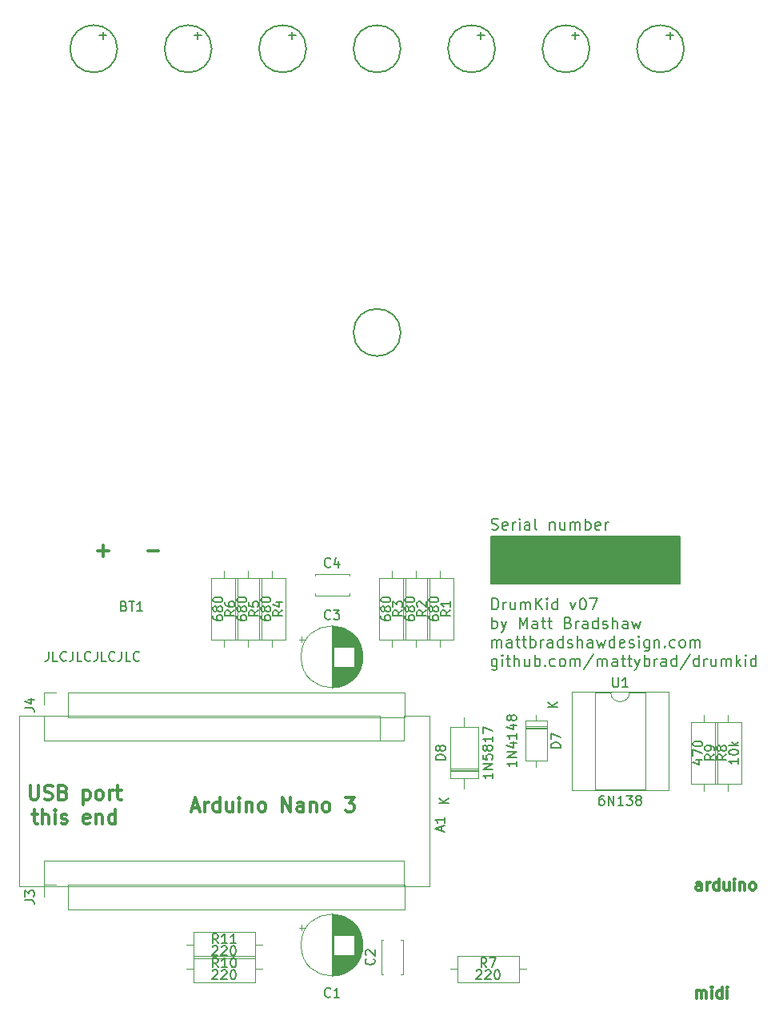
<source format=gbr>
G04 #@! TF.GenerationSoftware,KiCad,Pcbnew,(5.1.5)-3*
G04 #@! TF.CreationDate,2020-04-22T17:09:55+01:00*
G04 #@! TF.ProjectId,drumkid,6472756d-6b69-4642-9e6b-696361645f70,rev?*
G04 #@! TF.SameCoordinates,Original*
G04 #@! TF.FileFunction,Legend,Top*
G04 #@! TF.FilePolarity,Positive*
%FSLAX46Y46*%
G04 Gerber Fmt 4.6, Leading zero omitted, Abs format (unit mm)*
G04 Created by KiCad (PCBNEW (5.1.5)-3) date 2020-04-22 17:09:55*
%MOMM*%
%LPD*%
G04 APERTURE LIST*
%ADD10C,0.150000*%
%ADD11C,0.200000*%
%ADD12C,0.300000*%
%ADD13C,0.120000*%
G04 APERTURE END LIST*
D10*
X130619047Y-48571428D02*
X131380952Y-48571428D01*
X131000000Y-48952380D02*
X131000000Y-48190476D01*
X120619047Y-48571428D02*
X121380952Y-48571428D01*
X121000000Y-48952380D02*
X121000000Y-48190476D01*
X110619047Y-48571428D02*
X111380952Y-48571428D01*
X111000000Y-48952380D02*
X111000000Y-48190476D01*
X90619047Y-48571428D02*
X91380952Y-48571428D01*
X91000000Y-48952380D02*
X91000000Y-48190476D01*
X80619047Y-48571428D02*
X81380952Y-48571428D01*
X81000000Y-48952380D02*
X81000000Y-48190476D01*
X70619047Y-48571428D02*
X71380952Y-48571428D01*
X71000000Y-48952380D02*
X71000000Y-48190476D01*
X65230952Y-113752380D02*
X65230952Y-114466666D01*
X65183333Y-114609523D01*
X65088095Y-114704761D01*
X64945238Y-114752380D01*
X64850000Y-114752380D01*
X66183333Y-114752380D02*
X65707142Y-114752380D01*
X65707142Y-113752380D01*
X67088095Y-114657142D02*
X67040476Y-114704761D01*
X66897619Y-114752380D01*
X66802380Y-114752380D01*
X66659523Y-114704761D01*
X66564285Y-114609523D01*
X66516666Y-114514285D01*
X66469047Y-114323809D01*
X66469047Y-114180952D01*
X66516666Y-113990476D01*
X66564285Y-113895238D01*
X66659523Y-113800000D01*
X66802380Y-113752380D01*
X66897619Y-113752380D01*
X67040476Y-113800000D01*
X67088095Y-113847619D01*
X67802380Y-113752380D02*
X67802380Y-114466666D01*
X67754761Y-114609523D01*
X67659523Y-114704761D01*
X67516666Y-114752380D01*
X67421428Y-114752380D01*
X68754761Y-114752380D02*
X68278571Y-114752380D01*
X68278571Y-113752380D01*
X69659523Y-114657142D02*
X69611904Y-114704761D01*
X69469047Y-114752380D01*
X69373809Y-114752380D01*
X69230952Y-114704761D01*
X69135714Y-114609523D01*
X69088095Y-114514285D01*
X69040476Y-114323809D01*
X69040476Y-114180952D01*
X69088095Y-113990476D01*
X69135714Y-113895238D01*
X69230952Y-113800000D01*
X69373809Y-113752380D01*
X69469047Y-113752380D01*
X69611904Y-113800000D01*
X69659523Y-113847619D01*
X70373809Y-113752380D02*
X70373809Y-114466666D01*
X70326190Y-114609523D01*
X70230952Y-114704761D01*
X70088095Y-114752380D01*
X69992857Y-114752380D01*
X71326190Y-114752380D02*
X70850000Y-114752380D01*
X70850000Y-113752380D01*
X72230952Y-114657142D02*
X72183333Y-114704761D01*
X72040476Y-114752380D01*
X71945238Y-114752380D01*
X71802380Y-114704761D01*
X71707142Y-114609523D01*
X71659523Y-114514285D01*
X71611904Y-114323809D01*
X71611904Y-114180952D01*
X71659523Y-113990476D01*
X71707142Y-113895238D01*
X71802380Y-113800000D01*
X71945238Y-113752380D01*
X72040476Y-113752380D01*
X72183333Y-113800000D01*
X72230952Y-113847619D01*
X72945238Y-113752380D02*
X72945238Y-114466666D01*
X72897619Y-114609523D01*
X72802380Y-114704761D01*
X72659523Y-114752380D01*
X72564285Y-114752380D01*
X73897619Y-114752380D02*
X73421428Y-114752380D01*
X73421428Y-113752380D01*
X74802380Y-114657142D02*
X74754761Y-114704761D01*
X74611904Y-114752380D01*
X74516666Y-114752380D01*
X74373809Y-114704761D01*
X74278571Y-114609523D01*
X74230952Y-114514285D01*
X74183333Y-114323809D01*
X74183333Y-114180952D01*
X74230952Y-113990476D01*
X74278571Y-113895238D01*
X74373809Y-113800000D01*
X74516666Y-113752380D01*
X74611904Y-113752380D01*
X74754761Y-113800000D01*
X74802380Y-113847619D01*
D11*
X123968095Y-128992380D02*
X123777619Y-128992380D01*
X123682380Y-129040000D01*
X123634761Y-129087619D01*
X123539523Y-129230476D01*
X123491904Y-129420952D01*
X123491904Y-129801904D01*
X123539523Y-129897142D01*
X123587142Y-129944761D01*
X123682380Y-129992380D01*
X123872857Y-129992380D01*
X123968095Y-129944761D01*
X124015714Y-129897142D01*
X124063333Y-129801904D01*
X124063333Y-129563809D01*
X124015714Y-129468571D01*
X123968095Y-129420952D01*
X123872857Y-129373333D01*
X123682380Y-129373333D01*
X123587142Y-129420952D01*
X123539523Y-129468571D01*
X123491904Y-129563809D01*
X124491904Y-129992380D02*
X124491904Y-128992380D01*
X125063333Y-129992380D01*
X125063333Y-128992380D01*
X126063333Y-129992380D02*
X125491904Y-129992380D01*
X125777619Y-129992380D02*
X125777619Y-128992380D01*
X125682380Y-129135238D01*
X125587142Y-129230476D01*
X125491904Y-129278095D01*
X126396666Y-128992380D02*
X127015714Y-128992380D01*
X126682380Y-129373333D01*
X126825238Y-129373333D01*
X126920476Y-129420952D01*
X126968095Y-129468571D01*
X127015714Y-129563809D01*
X127015714Y-129801904D01*
X126968095Y-129897142D01*
X126920476Y-129944761D01*
X126825238Y-129992380D01*
X126539523Y-129992380D01*
X126444285Y-129944761D01*
X126396666Y-129897142D01*
X127587142Y-129420952D02*
X127491904Y-129373333D01*
X127444285Y-129325714D01*
X127396666Y-129230476D01*
X127396666Y-129182857D01*
X127444285Y-129087619D01*
X127491904Y-129040000D01*
X127587142Y-128992380D01*
X127777619Y-128992380D01*
X127872857Y-129040000D01*
X127920476Y-129087619D01*
X127968095Y-129182857D01*
X127968095Y-129230476D01*
X127920476Y-129325714D01*
X127872857Y-129373333D01*
X127777619Y-129420952D01*
X127587142Y-129420952D01*
X127491904Y-129468571D01*
X127444285Y-129516190D01*
X127396666Y-129611428D01*
X127396666Y-129801904D01*
X127444285Y-129897142D01*
X127491904Y-129944761D01*
X127587142Y-129992380D01*
X127777619Y-129992380D01*
X127872857Y-129944761D01*
X127920476Y-129897142D01*
X127968095Y-129801904D01*
X127968095Y-129611428D01*
X127920476Y-129516190D01*
X127872857Y-129468571D01*
X127777619Y-129420952D01*
X114752380Y-125332857D02*
X114752380Y-125904285D01*
X114752380Y-125618571D02*
X113752380Y-125618571D01*
X113895238Y-125713809D01*
X113990476Y-125809047D01*
X114038095Y-125904285D01*
X114752380Y-124904285D02*
X113752380Y-124904285D01*
X114752380Y-124332857D01*
X113752380Y-124332857D01*
X114085714Y-123428095D02*
X114752380Y-123428095D01*
X113704761Y-123666190D02*
X114419047Y-123904285D01*
X114419047Y-123285238D01*
X114752380Y-122380476D02*
X114752380Y-122951904D01*
X114752380Y-122666190D02*
X113752380Y-122666190D01*
X113895238Y-122761428D01*
X113990476Y-122856666D01*
X114038095Y-122951904D01*
X114085714Y-121523333D02*
X114752380Y-121523333D01*
X113704761Y-121761428D02*
X114419047Y-121999523D01*
X114419047Y-121380476D01*
X114180952Y-120856666D02*
X114133333Y-120951904D01*
X114085714Y-120999523D01*
X113990476Y-121047142D01*
X113942857Y-121047142D01*
X113847619Y-120999523D01*
X113800000Y-120951904D01*
X113752380Y-120856666D01*
X113752380Y-120666190D01*
X113800000Y-120570952D01*
X113847619Y-120523333D01*
X113942857Y-120475714D01*
X113990476Y-120475714D01*
X114085714Y-120523333D01*
X114133333Y-120570952D01*
X114180952Y-120666190D01*
X114180952Y-120856666D01*
X114228571Y-120951904D01*
X114276190Y-120999523D01*
X114371428Y-121047142D01*
X114561904Y-121047142D01*
X114657142Y-120999523D01*
X114704761Y-120951904D01*
X114752380Y-120856666D01*
X114752380Y-120666190D01*
X114704761Y-120570952D01*
X114657142Y-120523333D01*
X114561904Y-120475714D01*
X114371428Y-120475714D01*
X114276190Y-120523333D01*
X114228571Y-120570952D01*
X114180952Y-120666190D01*
X112212380Y-126602857D02*
X112212380Y-127174285D01*
X112212380Y-126888571D02*
X111212380Y-126888571D01*
X111355238Y-126983809D01*
X111450476Y-127079047D01*
X111498095Y-127174285D01*
X112212380Y-126174285D02*
X111212380Y-126174285D01*
X112212380Y-125602857D01*
X111212380Y-125602857D01*
X111212380Y-124650476D02*
X111212380Y-125126666D01*
X111688571Y-125174285D01*
X111640952Y-125126666D01*
X111593333Y-125031428D01*
X111593333Y-124793333D01*
X111640952Y-124698095D01*
X111688571Y-124650476D01*
X111783809Y-124602857D01*
X112021904Y-124602857D01*
X112117142Y-124650476D01*
X112164761Y-124698095D01*
X112212380Y-124793333D01*
X112212380Y-125031428D01*
X112164761Y-125126666D01*
X112117142Y-125174285D01*
X111640952Y-124031428D02*
X111593333Y-124126666D01*
X111545714Y-124174285D01*
X111450476Y-124221904D01*
X111402857Y-124221904D01*
X111307619Y-124174285D01*
X111260000Y-124126666D01*
X111212380Y-124031428D01*
X111212380Y-123840952D01*
X111260000Y-123745714D01*
X111307619Y-123698095D01*
X111402857Y-123650476D01*
X111450476Y-123650476D01*
X111545714Y-123698095D01*
X111593333Y-123745714D01*
X111640952Y-123840952D01*
X111640952Y-124031428D01*
X111688571Y-124126666D01*
X111736190Y-124174285D01*
X111831428Y-124221904D01*
X112021904Y-124221904D01*
X112117142Y-124174285D01*
X112164761Y-124126666D01*
X112212380Y-124031428D01*
X112212380Y-123840952D01*
X112164761Y-123745714D01*
X112117142Y-123698095D01*
X112021904Y-123650476D01*
X111831428Y-123650476D01*
X111736190Y-123698095D01*
X111688571Y-123745714D01*
X111640952Y-123840952D01*
X112212380Y-122698095D02*
X112212380Y-123269523D01*
X112212380Y-122983809D02*
X111212380Y-122983809D01*
X111355238Y-123079047D01*
X111450476Y-123174285D01*
X111498095Y-123269523D01*
X111212380Y-122364761D02*
X111212380Y-121698095D01*
X112212380Y-122126666D01*
D12*
X134345000Y-138972857D02*
X134345000Y-138344285D01*
X134287857Y-138230000D01*
X134173571Y-138172857D01*
X133945000Y-138172857D01*
X133830714Y-138230000D01*
X134345000Y-138915714D02*
X134230714Y-138972857D01*
X133945000Y-138972857D01*
X133830714Y-138915714D01*
X133773571Y-138801428D01*
X133773571Y-138687142D01*
X133830714Y-138572857D01*
X133945000Y-138515714D01*
X134230714Y-138515714D01*
X134345000Y-138458571D01*
X134916428Y-138972857D02*
X134916428Y-138172857D01*
X134916428Y-138401428D02*
X134973571Y-138287142D01*
X135030714Y-138230000D01*
X135145000Y-138172857D01*
X135259285Y-138172857D01*
X136173571Y-138972857D02*
X136173571Y-137772857D01*
X136173571Y-138915714D02*
X136059285Y-138972857D01*
X135830714Y-138972857D01*
X135716428Y-138915714D01*
X135659285Y-138858571D01*
X135602142Y-138744285D01*
X135602142Y-138401428D01*
X135659285Y-138287142D01*
X135716428Y-138230000D01*
X135830714Y-138172857D01*
X136059285Y-138172857D01*
X136173571Y-138230000D01*
X137259285Y-138172857D02*
X137259285Y-138972857D01*
X136745000Y-138172857D02*
X136745000Y-138801428D01*
X136802142Y-138915714D01*
X136916428Y-138972857D01*
X137087857Y-138972857D01*
X137202142Y-138915714D01*
X137259285Y-138858571D01*
X137830714Y-138972857D02*
X137830714Y-138172857D01*
X137830714Y-137772857D02*
X137773571Y-137830000D01*
X137830714Y-137887142D01*
X137887857Y-137830000D01*
X137830714Y-137772857D01*
X137830714Y-137887142D01*
X138402142Y-138172857D02*
X138402142Y-138972857D01*
X138402142Y-138287142D02*
X138459285Y-138230000D01*
X138573571Y-138172857D01*
X138745000Y-138172857D01*
X138859285Y-138230000D01*
X138916428Y-138344285D01*
X138916428Y-138972857D01*
X139659285Y-138972857D02*
X139545000Y-138915714D01*
X139487857Y-138858571D01*
X139430714Y-138744285D01*
X139430714Y-138401428D01*
X139487857Y-138287142D01*
X139545000Y-138230000D01*
X139659285Y-138172857D01*
X139830714Y-138172857D01*
X139945000Y-138230000D01*
X140002142Y-138287142D01*
X140059285Y-138401428D01*
X140059285Y-138744285D01*
X140002142Y-138858571D01*
X139945000Y-138915714D01*
X139830714Y-138972857D01*
X139659285Y-138972857D01*
X133830714Y-150402857D02*
X133830714Y-149602857D01*
X133830714Y-149717142D02*
X133887857Y-149660000D01*
X134002142Y-149602857D01*
X134173571Y-149602857D01*
X134287857Y-149660000D01*
X134345000Y-149774285D01*
X134345000Y-150402857D01*
X134345000Y-149774285D02*
X134402142Y-149660000D01*
X134516428Y-149602857D01*
X134687857Y-149602857D01*
X134802142Y-149660000D01*
X134859285Y-149774285D01*
X134859285Y-150402857D01*
X135430714Y-150402857D02*
X135430714Y-149602857D01*
X135430714Y-149202857D02*
X135373571Y-149260000D01*
X135430714Y-149317142D01*
X135487857Y-149260000D01*
X135430714Y-149202857D01*
X135430714Y-149317142D01*
X136516428Y-150402857D02*
X136516428Y-149202857D01*
X136516428Y-150345714D02*
X136402142Y-150402857D01*
X136173571Y-150402857D01*
X136059285Y-150345714D01*
X136002142Y-150288571D01*
X135945000Y-150174285D01*
X135945000Y-149831428D01*
X136002142Y-149717142D01*
X136059285Y-149660000D01*
X136173571Y-149602857D01*
X136402142Y-149602857D01*
X136516428Y-149660000D01*
X137087857Y-150402857D02*
X137087857Y-149602857D01*
X137087857Y-149202857D02*
X137030714Y-149260000D01*
X137087857Y-149317142D01*
X137145000Y-149260000D01*
X137087857Y-149202857D01*
X137087857Y-149317142D01*
X63285714Y-127903571D02*
X63285714Y-129117857D01*
X63357142Y-129260714D01*
X63428571Y-129332142D01*
X63571428Y-129403571D01*
X63857142Y-129403571D01*
X64000000Y-129332142D01*
X64071428Y-129260714D01*
X64142857Y-129117857D01*
X64142857Y-127903571D01*
X64785714Y-129332142D02*
X65000000Y-129403571D01*
X65357142Y-129403571D01*
X65500000Y-129332142D01*
X65571428Y-129260714D01*
X65642857Y-129117857D01*
X65642857Y-128975000D01*
X65571428Y-128832142D01*
X65500000Y-128760714D01*
X65357142Y-128689285D01*
X65071428Y-128617857D01*
X64928571Y-128546428D01*
X64857142Y-128475000D01*
X64785714Y-128332142D01*
X64785714Y-128189285D01*
X64857142Y-128046428D01*
X64928571Y-127975000D01*
X65071428Y-127903571D01*
X65428571Y-127903571D01*
X65642857Y-127975000D01*
X66785714Y-128617857D02*
X67000000Y-128689285D01*
X67071428Y-128760714D01*
X67142857Y-128903571D01*
X67142857Y-129117857D01*
X67071428Y-129260714D01*
X67000000Y-129332142D01*
X66857142Y-129403571D01*
X66285714Y-129403571D01*
X66285714Y-127903571D01*
X66785714Y-127903571D01*
X66928571Y-127975000D01*
X67000000Y-128046428D01*
X67071428Y-128189285D01*
X67071428Y-128332142D01*
X67000000Y-128475000D01*
X66928571Y-128546428D01*
X66785714Y-128617857D01*
X66285714Y-128617857D01*
X68928571Y-128403571D02*
X68928571Y-129903571D01*
X68928571Y-128475000D02*
X69071428Y-128403571D01*
X69357142Y-128403571D01*
X69500000Y-128475000D01*
X69571428Y-128546428D01*
X69642857Y-128689285D01*
X69642857Y-129117857D01*
X69571428Y-129260714D01*
X69500000Y-129332142D01*
X69357142Y-129403571D01*
X69071428Y-129403571D01*
X68928571Y-129332142D01*
X70500000Y-129403571D02*
X70357142Y-129332142D01*
X70285714Y-129260714D01*
X70214285Y-129117857D01*
X70214285Y-128689285D01*
X70285714Y-128546428D01*
X70357142Y-128475000D01*
X70500000Y-128403571D01*
X70714285Y-128403571D01*
X70857142Y-128475000D01*
X70928571Y-128546428D01*
X71000000Y-128689285D01*
X71000000Y-129117857D01*
X70928571Y-129260714D01*
X70857142Y-129332142D01*
X70714285Y-129403571D01*
X70500000Y-129403571D01*
X71642857Y-129403571D02*
X71642857Y-128403571D01*
X71642857Y-128689285D02*
X71714285Y-128546428D01*
X71785714Y-128475000D01*
X71928571Y-128403571D01*
X72071428Y-128403571D01*
X72357142Y-128403571D02*
X72928571Y-128403571D01*
X72571428Y-127903571D02*
X72571428Y-129189285D01*
X72642857Y-129332142D01*
X72785714Y-129403571D01*
X72928571Y-129403571D01*
X63500000Y-130953571D02*
X64071428Y-130953571D01*
X63714285Y-130453571D02*
X63714285Y-131739285D01*
X63785714Y-131882142D01*
X63928571Y-131953571D01*
X64071428Y-131953571D01*
X64571428Y-131953571D02*
X64571428Y-130453571D01*
X65214285Y-131953571D02*
X65214285Y-131167857D01*
X65142857Y-131025000D01*
X65000000Y-130953571D01*
X64785714Y-130953571D01*
X64642857Y-131025000D01*
X64571428Y-131096428D01*
X65928571Y-131953571D02*
X65928571Y-130953571D01*
X65928571Y-130453571D02*
X65857142Y-130525000D01*
X65928571Y-130596428D01*
X66000000Y-130525000D01*
X65928571Y-130453571D01*
X65928571Y-130596428D01*
X66571428Y-131882142D02*
X66714285Y-131953571D01*
X67000000Y-131953571D01*
X67142857Y-131882142D01*
X67214285Y-131739285D01*
X67214285Y-131667857D01*
X67142857Y-131525000D01*
X67000000Y-131453571D01*
X66785714Y-131453571D01*
X66642857Y-131382142D01*
X66571428Y-131239285D01*
X66571428Y-131167857D01*
X66642857Y-131025000D01*
X66785714Y-130953571D01*
X67000000Y-130953571D01*
X67142857Y-131025000D01*
X69571428Y-131882142D02*
X69428571Y-131953571D01*
X69142857Y-131953571D01*
X69000000Y-131882142D01*
X68928571Y-131739285D01*
X68928571Y-131167857D01*
X69000000Y-131025000D01*
X69142857Y-130953571D01*
X69428571Y-130953571D01*
X69571428Y-131025000D01*
X69642857Y-131167857D01*
X69642857Y-131310714D01*
X68928571Y-131453571D01*
X70285714Y-130953571D02*
X70285714Y-131953571D01*
X70285714Y-131096428D02*
X70357142Y-131025000D01*
X70500000Y-130953571D01*
X70714285Y-130953571D01*
X70857142Y-131025000D01*
X70928571Y-131167857D01*
X70928571Y-131953571D01*
X72285714Y-131953571D02*
X72285714Y-130453571D01*
X72285714Y-131882142D02*
X72142857Y-131953571D01*
X71857142Y-131953571D01*
X71714285Y-131882142D01*
X71642857Y-131810714D01*
X71571428Y-131667857D01*
X71571428Y-131239285D01*
X71642857Y-131096428D01*
X71714285Y-131025000D01*
X71857142Y-130953571D01*
X72142857Y-130953571D01*
X72285714Y-131025000D01*
X80428571Y-130250000D02*
X81142857Y-130250000D01*
X80285714Y-130678571D02*
X80785714Y-129178571D01*
X81285714Y-130678571D01*
X81785714Y-130678571D02*
X81785714Y-129678571D01*
X81785714Y-129964285D02*
X81857142Y-129821428D01*
X81928571Y-129750000D01*
X82071428Y-129678571D01*
X82214285Y-129678571D01*
X83357142Y-130678571D02*
X83357142Y-129178571D01*
X83357142Y-130607142D02*
X83214285Y-130678571D01*
X82928571Y-130678571D01*
X82785714Y-130607142D01*
X82714285Y-130535714D01*
X82642857Y-130392857D01*
X82642857Y-129964285D01*
X82714285Y-129821428D01*
X82785714Y-129750000D01*
X82928571Y-129678571D01*
X83214285Y-129678571D01*
X83357142Y-129750000D01*
X84714285Y-129678571D02*
X84714285Y-130678571D01*
X84071428Y-129678571D02*
X84071428Y-130464285D01*
X84142857Y-130607142D01*
X84285714Y-130678571D01*
X84499999Y-130678571D01*
X84642857Y-130607142D01*
X84714285Y-130535714D01*
X85428571Y-130678571D02*
X85428571Y-129678571D01*
X85428571Y-129178571D02*
X85357142Y-129250000D01*
X85428571Y-129321428D01*
X85499999Y-129250000D01*
X85428571Y-129178571D01*
X85428571Y-129321428D01*
X86142857Y-129678571D02*
X86142857Y-130678571D01*
X86142857Y-129821428D02*
X86214285Y-129750000D01*
X86357142Y-129678571D01*
X86571428Y-129678571D01*
X86714285Y-129750000D01*
X86785714Y-129892857D01*
X86785714Y-130678571D01*
X87714285Y-130678571D02*
X87571428Y-130607142D01*
X87500000Y-130535714D01*
X87428571Y-130392857D01*
X87428571Y-129964285D01*
X87500000Y-129821428D01*
X87571428Y-129750000D01*
X87714285Y-129678571D01*
X87928571Y-129678571D01*
X88071428Y-129750000D01*
X88142857Y-129821428D01*
X88214285Y-129964285D01*
X88214285Y-130392857D01*
X88142857Y-130535714D01*
X88071428Y-130607142D01*
X87928571Y-130678571D01*
X87714285Y-130678571D01*
X89999999Y-130678571D02*
X89999999Y-129178571D01*
X90857142Y-130678571D01*
X90857142Y-129178571D01*
X92214285Y-130678571D02*
X92214285Y-129892857D01*
X92142857Y-129750000D01*
X91999999Y-129678571D01*
X91714285Y-129678571D01*
X91571428Y-129750000D01*
X92214285Y-130607142D02*
X92071428Y-130678571D01*
X91714285Y-130678571D01*
X91571428Y-130607142D01*
X91499999Y-130464285D01*
X91499999Y-130321428D01*
X91571428Y-130178571D01*
X91714285Y-130107142D01*
X92071428Y-130107142D01*
X92214285Y-130035714D01*
X92928571Y-129678571D02*
X92928571Y-130678571D01*
X92928571Y-129821428D02*
X92999999Y-129750000D01*
X93142857Y-129678571D01*
X93357142Y-129678571D01*
X93499999Y-129750000D01*
X93571428Y-129892857D01*
X93571428Y-130678571D01*
X94499999Y-130678571D02*
X94357142Y-130607142D01*
X94285714Y-130535714D01*
X94214285Y-130392857D01*
X94214285Y-129964285D01*
X94285714Y-129821428D01*
X94357142Y-129750000D01*
X94499999Y-129678571D01*
X94714285Y-129678571D01*
X94857142Y-129750000D01*
X94928571Y-129821428D01*
X94999999Y-129964285D01*
X94999999Y-130392857D01*
X94928571Y-130535714D01*
X94857142Y-130607142D01*
X94714285Y-130678571D01*
X94499999Y-130678571D01*
X96642857Y-129178571D02*
X97571428Y-129178571D01*
X97071428Y-129750000D01*
X97285714Y-129750000D01*
X97428571Y-129821428D01*
X97499999Y-129892857D01*
X97571428Y-130035714D01*
X97571428Y-130392857D01*
X97499999Y-130535714D01*
X97428571Y-130607142D01*
X97285714Y-130678571D01*
X96857142Y-130678571D01*
X96714285Y-130607142D01*
X96642857Y-130535714D01*
X70445714Y-103107142D02*
X71588571Y-103107142D01*
X71017142Y-103678571D02*
X71017142Y-102535714D01*
X75731428Y-103107142D02*
X76874285Y-103107142D01*
D11*
X112175714Y-109302857D02*
X112175714Y-108102857D01*
X112461428Y-108102857D01*
X112632857Y-108160000D01*
X112747142Y-108274285D01*
X112804285Y-108388571D01*
X112861428Y-108617142D01*
X112861428Y-108788571D01*
X112804285Y-109017142D01*
X112747142Y-109131428D01*
X112632857Y-109245714D01*
X112461428Y-109302857D01*
X112175714Y-109302857D01*
X113375714Y-109302857D02*
X113375714Y-108502857D01*
X113375714Y-108731428D02*
X113432857Y-108617142D01*
X113490000Y-108560000D01*
X113604285Y-108502857D01*
X113718571Y-108502857D01*
X114632857Y-108502857D02*
X114632857Y-109302857D01*
X114118571Y-108502857D02*
X114118571Y-109131428D01*
X114175714Y-109245714D01*
X114290000Y-109302857D01*
X114461428Y-109302857D01*
X114575714Y-109245714D01*
X114632857Y-109188571D01*
X115204285Y-109302857D02*
X115204285Y-108502857D01*
X115204285Y-108617142D02*
X115261428Y-108560000D01*
X115375714Y-108502857D01*
X115547142Y-108502857D01*
X115661428Y-108560000D01*
X115718571Y-108674285D01*
X115718571Y-109302857D01*
X115718571Y-108674285D02*
X115775714Y-108560000D01*
X115890000Y-108502857D01*
X116061428Y-108502857D01*
X116175714Y-108560000D01*
X116232857Y-108674285D01*
X116232857Y-109302857D01*
X116804285Y-109302857D02*
X116804285Y-108102857D01*
X117490000Y-109302857D02*
X116975714Y-108617142D01*
X117490000Y-108102857D02*
X116804285Y-108788571D01*
X118004285Y-109302857D02*
X118004285Y-108502857D01*
X118004285Y-108102857D02*
X117947142Y-108160000D01*
X118004285Y-108217142D01*
X118061428Y-108160000D01*
X118004285Y-108102857D01*
X118004285Y-108217142D01*
X119090000Y-109302857D02*
X119090000Y-108102857D01*
X119090000Y-109245714D02*
X118975714Y-109302857D01*
X118747142Y-109302857D01*
X118632857Y-109245714D01*
X118575714Y-109188571D01*
X118518571Y-109074285D01*
X118518571Y-108731428D01*
X118575714Y-108617142D01*
X118632857Y-108560000D01*
X118747142Y-108502857D01*
X118975714Y-108502857D01*
X119090000Y-108560000D01*
X120461428Y-108502857D02*
X120747142Y-109302857D01*
X121032857Y-108502857D01*
X121718571Y-108102857D02*
X121832857Y-108102857D01*
X121947142Y-108160000D01*
X122004285Y-108217142D01*
X122061428Y-108331428D01*
X122118571Y-108560000D01*
X122118571Y-108845714D01*
X122061428Y-109074285D01*
X122004285Y-109188571D01*
X121947142Y-109245714D01*
X121832857Y-109302857D01*
X121718571Y-109302857D01*
X121604285Y-109245714D01*
X121547142Y-109188571D01*
X121490000Y-109074285D01*
X121432857Y-108845714D01*
X121432857Y-108560000D01*
X121490000Y-108331428D01*
X121547142Y-108217142D01*
X121604285Y-108160000D01*
X121718571Y-108102857D01*
X122518571Y-108102857D02*
X123318571Y-108102857D01*
X122804285Y-109302857D01*
X112175714Y-111302857D02*
X112175714Y-110102857D01*
X112175714Y-110560000D02*
X112290000Y-110502857D01*
X112518571Y-110502857D01*
X112632857Y-110560000D01*
X112690000Y-110617142D01*
X112747142Y-110731428D01*
X112747142Y-111074285D01*
X112690000Y-111188571D01*
X112632857Y-111245714D01*
X112518571Y-111302857D01*
X112290000Y-111302857D01*
X112175714Y-111245714D01*
X113147142Y-110502857D02*
X113432857Y-111302857D01*
X113718571Y-110502857D02*
X113432857Y-111302857D01*
X113318571Y-111588571D01*
X113261428Y-111645714D01*
X113147142Y-111702857D01*
X115090000Y-111302857D02*
X115090000Y-110102857D01*
X115490000Y-110960000D01*
X115890000Y-110102857D01*
X115890000Y-111302857D01*
X116975714Y-111302857D02*
X116975714Y-110674285D01*
X116918571Y-110560000D01*
X116804285Y-110502857D01*
X116575714Y-110502857D01*
X116461428Y-110560000D01*
X116975714Y-111245714D02*
X116861428Y-111302857D01*
X116575714Y-111302857D01*
X116461428Y-111245714D01*
X116404285Y-111131428D01*
X116404285Y-111017142D01*
X116461428Y-110902857D01*
X116575714Y-110845714D01*
X116861428Y-110845714D01*
X116975714Y-110788571D01*
X117375714Y-110502857D02*
X117832857Y-110502857D01*
X117547142Y-110102857D02*
X117547142Y-111131428D01*
X117604285Y-111245714D01*
X117718571Y-111302857D01*
X117832857Y-111302857D01*
X118061428Y-110502857D02*
X118518571Y-110502857D01*
X118232857Y-110102857D02*
X118232857Y-111131428D01*
X118290000Y-111245714D01*
X118404285Y-111302857D01*
X118518571Y-111302857D01*
X120232857Y-110674285D02*
X120404285Y-110731428D01*
X120461428Y-110788571D01*
X120518571Y-110902857D01*
X120518571Y-111074285D01*
X120461428Y-111188571D01*
X120404285Y-111245714D01*
X120290000Y-111302857D01*
X119832857Y-111302857D01*
X119832857Y-110102857D01*
X120232857Y-110102857D01*
X120347142Y-110160000D01*
X120404285Y-110217142D01*
X120461428Y-110331428D01*
X120461428Y-110445714D01*
X120404285Y-110560000D01*
X120347142Y-110617142D01*
X120232857Y-110674285D01*
X119832857Y-110674285D01*
X121032857Y-111302857D02*
X121032857Y-110502857D01*
X121032857Y-110731428D02*
X121090000Y-110617142D01*
X121147142Y-110560000D01*
X121261428Y-110502857D01*
X121375714Y-110502857D01*
X122290000Y-111302857D02*
X122290000Y-110674285D01*
X122232857Y-110560000D01*
X122118571Y-110502857D01*
X121890000Y-110502857D01*
X121775714Y-110560000D01*
X122290000Y-111245714D02*
X122175714Y-111302857D01*
X121890000Y-111302857D01*
X121775714Y-111245714D01*
X121718571Y-111131428D01*
X121718571Y-111017142D01*
X121775714Y-110902857D01*
X121890000Y-110845714D01*
X122175714Y-110845714D01*
X122290000Y-110788571D01*
X123375714Y-111302857D02*
X123375714Y-110102857D01*
X123375714Y-111245714D02*
X123261428Y-111302857D01*
X123032857Y-111302857D01*
X122918571Y-111245714D01*
X122861428Y-111188571D01*
X122804285Y-111074285D01*
X122804285Y-110731428D01*
X122861428Y-110617142D01*
X122918571Y-110560000D01*
X123032857Y-110502857D01*
X123261428Y-110502857D01*
X123375714Y-110560000D01*
X123890000Y-111245714D02*
X124004285Y-111302857D01*
X124232857Y-111302857D01*
X124347142Y-111245714D01*
X124404285Y-111131428D01*
X124404285Y-111074285D01*
X124347142Y-110960000D01*
X124232857Y-110902857D01*
X124061428Y-110902857D01*
X123947142Y-110845714D01*
X123890000Y-110731428D01*
X123890000Y-110674285D01*
X123947142Y-110560000D01*
X124061428Y-110502857D01*
X124232857Y-110502857D01*
X124347142Y-110560000D01*
X124918571Y-111302857D02*
X124918571Y-110102857D01*
X125432857Y-111302857D02*
X125432857Y-110674285D01*
X125375714Y-110560000D01*
X125261428Y-110502857D01*
X125090000Y-110502857D01*
X124975714Y-110560000D01*
X124918571Y-110617142D01*
X126518571Y-111302857D02*
X126518571Y-110674285D01*
X126461428Y-110560000D01*
X126347142Y-110502857D01*
X126118571Y-110502857D01*
X126004285Y-110560000D01*
X126518571Y-111245714D02*
X126404285Y-111302857D01*
X126118571Y-111302857D01*
X126004285Y-111245714D01*
X125947142Y-111131428D01*
X125947142Y-111017142D01*
X126004285Y-110902857D01*
X126118571Y-110845714D01*
X126404285Y-110845714D01*
X126518571Y-110788571D01*
X126975714Y-110502857D02*
X127204285Y-111302857D01*
X127432857Y-110731428D01*
X127661428Y-111302857D01*
X127890000Y-110502857D01*
X112175714Y-113302857D02*
X112175714Y-112502857D01*
X112175714Y-112617142D02*
X112232857Y-112560000D01*
X112347142Y-112502857D01*
X112518571Y-112502857D01*
X112632857Y-112560000D01*
X112690000Y-112674285D01*
X112690000Y-113302857D01*
X112690000Y-112674285D02*
X112747142Y-112560000D01*
X112861428Y-112502857D01*
X113032857Y-112502857D01*
X113147142Y-112560000D01*
X113204285Y-112674285D01*
X113204285Y-113302857D01*
X114290000Y-113302857D02*
X114290000Y-112674285D01*
X114232857Y-112560000D01*
X114118571Y-112502857D01*
X113890000Y-112502857D01*
X113775714Y-112560000D01*
X114290000Y-113245714D02*
X114175714Y-113302857D01*
X113890000Y-113302857D01*
X113775714Y-113245714D01*
X113718571Y-113131428D01*
X113718571Y-113017142D01*
X113775714Y-112902857D01*
X113890000Y-112845714D01*
X114175714Y-112845714D01*
X114290000Y-112788571D01*
X114690000Y-112502857D02*
X115147142Y-112502857D01*
X114861428Y-112102857D02*
X114861428Y-113131428D01*
X114918571Y-113245714D01*
X115032857Y-113302857D01*
X115147142Y-113302857D01*
X115375714Y-112502857D02*
X115832857Y-112502857D01*
X115547142Y-112102857D02*
X115547142Y-113131428D01*
X115604285Y-113245714D01*
X115718571Y-113302857D01*
X115832857Y-113302857D01*
X116232857Y-113302857D02*
X116232857Y-112102857D01*
X116232857Y-112560000D02*
X116347142Y-112502857D01*
X116575714Y-112502857D01*
X116690000Y-112560000D01*
X116747142Y-112617142D01*
X116804285Y-112731428D01*
X116804285Y-113074285D01*
X116747142Y-113188571D01*
X116690000Y-113245714D01*
X116575714Y-113302857D01*
X116347142Y-113302857D01*
X116232857Y-113245714D01*
X117318571Y-113302857D02*
X117318571Y-112502857D01*
X117318571Y-112731428D02*
X117375714Y-112617142D01*
X117432857Y-112560000D01*
X117547142Y-112502857D01*
X117661428Y-112502857D01*
X118575714Y-113302857D02*
X118575714Y-112674285D01*
X118518571Y-112560000D01*
X118404285Y-112502857D01*
X118175714Y-112502857D01*
X118061428Y-112560000D01*
X118575714Y-113245714D02*
X118461428Y-113302857D01*
X118175714Y-113302857D01*
X118061428Y-113245714D01*
X118004285Y-113131428D01*
X118004285Y-113017142D01*
X118061428Y-112902857D01*
X118175714Y-112845714D01*
X118461428Y-112845714D01*
X118575714Y-112788571D01*
X119661428Y-113302857D02*
X119661428Y-112102857D01*
X119661428Y-113245714D02*
X119547142Y-113302857D01*
X119318571Y-113302857D01*
X119204285Y-113245714D01*
X119147142Y-113188571D01*
X119090000Y-113074285D01*
X119090000Y-112731428D01*
X119147142Y-112617142D01*
X119204285Y-112560000D01*
X119318571Y-112502857D01*
X119547142Y-112502857D01*
X119661428Y-112560000D01*
X120175714Y-113245714D02*
X120290000Y-113302857D01*
X120518571Y-113302857D01*
X120632857Y-113245714D01*
X120690000Y-113131428D01*
X120690000Y-113074285D01*
X120632857Y-112960000D01*
X120518571Y-112902857D01*
X120347142Y-112902857D01*
X120232857Y-112845714D01*
X120175714Y-112731428D01*
X120175714Y-112674285D01*
X120232857Y-112560000D01*
X120347142Y-112502857D01*
X120518571Y-112502857D01*
X120632857Y-112560000D01*
X121204285Y-113302857D02*
X121204285Y-112102857D01*
X121718571Y-113302857D02*
X121718571Y-112674285D01*
X121661428Y-112560000D01*
X121547142Y-112502857D01*
X121375714Y-112502857D01*
X121261428Y-112560000D01*
X121204285Y-112617142D01*
X122804285Y-113302857D02*
X122804285Y-112674285D01*
X122747142Y-112560000D01*
X122632857Y-112502857D01*
X122404285Y-112502857D01*
X122290000Y-112560000D01*
X122804285Y-113245714D02*
X122690000Y-113302857D01*
X122404285Y-113302857D01*
X122290000Y-113245714D01*
X122232857Y-113131428D01*
X122232857Y-113017142D01*
X122290000Y-112902857D01*
X122404285Y-112845714D01*
X122690000Y-112845714D01*
X122804285Y-112788571D01*
X123261428Y-112502857D02*
X123490000Y-113302857D01*
X123718571Y-112731428D01*
X123947142Y-113302857D01*
X124175714Y-112502857D01*
X125147142Y-113302857D02*
X125147142Y-112102857D01*
X125147142Y-113245714D02*
X125032857Y-113302857D01*
X124804285Y-113302857D01*
X124690000Y-113245714D01*
X124632857Y-113188571D01*
X124575714Y-113074285D01*
X124575714Y-112731428D01*
X124632857Y-112617142D01*
X124690000Y-112560000D01*
X124804285Y-112502857D01*
X125032857Y-112502857D01*
X125147142Y-112560000D01*
X126175714Y-113245714D02*
X126061428Y-113302857D01*
X125832857Y-113302857D01*
X125718571Y-113245714D01*
X125661428Y-113131428D01*
X125661428Y-112674285D01*
X125718571Y-112560000D01*
X125832857Y-112502857D01*
X126061428Y-112502857D01*
X126175714Y-112560000D01*
X126232857Y-112674285D01*
X126232857Y-112788571D01*
X125661428Y-112902857D01*
X126690000Y-113245714D02*
X126804285Y-113302857D01*
X127032857Y-113302857D01*
X127147142Y-113245714D01*
X127204285Y-113131428D01*
X127204285Y-113074285D01*
X127147142Y-112960000D01*
X127032857Y-112902857D01*
X126861428Y-112902857D01*
X126747142Y-112845714D01*
X126690000Y-112731428D01*
X126690000Y-112674285D01*
X126747142Y-112560000D01*
X126861428Y-112502857D01*
X127032857Y-112502857D01*
X127147142Y-112560000D01*
X127718571Y-113302857D02*
X127718571Y-112502857D01*
X127718571Y-112102857D02*
X127661428Y-112160000D01*
X127718571Y-112217142D01*
X127775714Y-112160000D01*
X127718571Y-112102857D01*
X127718571Y-112217142D01*
X128804285Y-112502857D02*
X128804285Y-113474285D01*
X128747142Y-113588571D01*
X128690000Y-113645714D01*
X128575714Y-113702857D01*
X128404285Y-113702857D01*
X128290000Y-113645714D01*
X128804285Y-113245714D02*
X128690000Y-113302857D01*
X128461428Y-113302857D01*
X128347142Y-113245714D01*
X128290000Y-113188571D01*
X128232857Y-113074285D01*
X128232857Y-112731428D01*
X128290000Y-112617142D01*
X128347142Y-112560000D01*
X128461428Y-112502857D01*
X128690000Y-112502857D01*
X128804285Y-112560000D01*
X129375714Y-112502857D02*
X129375714Y-113302857D01*
X129375714Y-112617142D02*
X129432857Y-112560000D01*
X129547142Y-112502857D01*
X129718571Y-112502857D01*
X129832857Y-112560000D01*
X129890000Y-112674285D01*
X129890000Y-113302857D01*
X130461428Y-113188571D02*
X130518571Y-113245714D01*
X130461428Y-113302857D01*
X130404285Y-113245714D01*
X130461428Y-113188571D01*
X130461428Y-113302857D01*
X131547142Y-113245714D02*
X131432857Y-113302857D01*
X131204285Y-113302857D01*
X131090000Y-113245714D01*
X131032857Y-113188571D01*
X130975714Y-113074285D01*
X130975714Y-112731428D01*
X131032857Y-112617142D01*
X131090000Y-112560000D01*
X131204285Y-112502857D01*
X131432857Y-112502857D01*
X131547142Y-112560000D01*
X132232857Y-113302857D02*
X132118571Y-113245714D01*
X132061428Y-113188571D01*
X132004285Y-113074285D01*
X132004285Y-112731428D01*
X132061428Y-112617142D01*
X132118571Y-112560000D01*
X132232857Y-112502857D01*
X132404285Y-112502857D01*
X132518571Y-112560000D01*
X132575714Y-112617142D01*
X132632857Y-112731428D01*
X132632857Y-113074285D01*
X132575714Y-113188571D01*
X132518571Y-113245714D01*
X132404285Y-113302857D01*
X132232857Y-113302857D01*
X133147142Y-113302857D02*
X133147142Y-112502857D01*
X133147142Y-112617142D02*
X133204285Y-112560000D01*
X133318571Y-112502857D01*
X133490000Y-112502857D01*
X133604285Y-112560000D01*
X133661428Y-112674285D01*
X133661428Y-113302857D01*
X133661428Y-112674285D02*
X133718571Y-112560000D01*
X133832857Y-112502857D01*
X134004285Y-112502857D01*
X134118571Y-112560000D01*
X134175714Y-112674285D01*
X134175714Y-113302857D01*
X112690000Y-114502857D02*
X112690000Y-115474285D01*
X112632857Y-115588571D01*
X112575714Y-115645714D01*
X112461428Y-115702857D01*
X112290000Y-115702857D01*
X112175714Y-115645714D01*
X112690000Y-115245714D02*
X112575714Y-115302857D01*
X112347142Y-115302857D01*
X112232857Y-115245714D01*
X112175714Y-115188571D01*
X112118571Y-115074285D01*
X112118571Y-114731428D01*
X112175714Y-114617142D01*
X112232857Y-114560000D01*
X112347142Y-114502857D01*
X112575714Y-114502857D01*
X112690000Y-114560000D01*
X113261428Y-115302857D02*
X113261428Y-114502857D01*
X113261428Y-114102857D02*
X113204285Y-114160000D01*
X113261428Y-114217142D01*
X113318571Y-114160000D01*
X113261428Y-114102857D01*
X113261428Y-114217142D01*
X113661428Y-114502857D02*
X114118571Y-114502857D01*
X113832857Y-114102857D02*
X113832857Y-115131428D01*
X113890000Y-115245714D01*
X114004285Y-115302857D01*
X114118571Y-115302857D01*
X114518571Y-115302857D02*
X114518571Y-114102857D01*
X115032857Y-115302857D02*
X115032857Y-114674285D01*
X114975714Y-114560000D01*
X114861428Y-114502857D01*
X114690000Y-114502857D01*
X114575714Y-114560000D01*
X114518571Y-114617142D01*
X116118571Y-114502857D02*
X116118571Y-115302857D01*
X115604285Y-114502857D02*
X115604285Y-115131428D01*
X115661428Y-115245714D01*
X115775714Y-115302857D01*
X115947142Y-115302857D01*
X116061428Y-115245714D01*
X116118571Y-115188571D01*
X116690000Y-115302857D02*
X116690000Y-114102857D01*
X116690000Y-114560000D02*
X116804285Y-114502857D01*
X117032857Y-114502857D01*
X117147142Y-114560000D01*
X117204285Y-114617142D01*
X117261428Y-114731428D01*
X117261428Y-115074285D01*
X117204285Y-115188571D01*
X117147142Y-115245714D01*
X117032857Y-115302857D01*
X116804285Y-115302857D01*
X116690000Y-115245714D01*
X117775714Y-115188571D02*
X117832857Y-115245714D01*
X117775714Y-115302857D01*
X117718571Y-115245714D01*
X117775714Y-115188571D01*
X117775714Y-115302857D01*
X118861428Y-115245714D02*
X118747142Y-115302857D01*
X118518571Y-115302857D01*
X118404285Y-115245714D01*
X118347142Y-115188571D01*
X118290000Y-115074285D01*
X118290000Y-114731428D01*
X118347142Y-114617142D01*
X118404285Y-114560000D01*
X118518571Y-114502857D01*
X118747142Y-114502857D01*
X118861428Y-114560000D01*
X119547142Y-115302857D02*
X119432857Y-115245714D01*
X119375714Y-115188571D01*
X119318571Y-115074285D01*
X119318571Y-114731428D01*
X119375714Y-114617142D01*
X119432857Y-114560000D01*
X119547142Y-114502857D01*
X119718571Y-114502857D01*
X119832857Y-114560000D01*
X119890000Y-114617142D01*
X119947142Y-114731428D01*
X119947142Y-115074285D01*
X119890000Y-115188571D01*
X119832857Y-115245714D01*
X119718571Y-115302857D01*
X119547142Y-115302857D01*
X120461428Y-115302857D02*
X120461428Y-114502857D01*
X120461428Y-114617142D02*
X120518571Y-114560000D01*
X120632857Y-114502857D01*
X120804285Y-114502857D01*
X120918571Y-114560000D01*
X120975714Y-114674285D01*
X120975714Y-115302857D01*
X120975714Y-114674285D02*
X121032857Y-114560000D01*
X121147142Y-114502857D01*
X121318571Y-114502857D01*
X121432857Y-114560000D01*
X121490000Y-114674285D01*
X121490000Y-115302857D01*
X122918571Y-114045714D02*
X121890000Y-115588571D01*
X123318571Y-115302857D02*
X123318571Y-114502857D01*
X123318571Y-114617142D02*
X123375714Y-114560000D01*
X123490000Y-114502857D01*
X123661428Y-114502857D01*
X123775714Y-114560000D01*
X123832857Y-114674285D01*
X123832857Y-115302857D01*
X123832857Y-114674285D02*
X123890000Y-114560000D01*
X124004285Y-114502857D01*
X124175714Y-114502857D01*
X124290000Y-114560000D01*
X124347142Y-114674285D01*
X124347142Y-115302857D01*
X125432857Y-115302857D02*
X125432857Y-114674285D01*
X125375714Y-114560000D01*
X125261428Y-114502857D01*
X125032857Y-114502857D01*
X124918571Y-114560000D01*
X125432857Y-115245714D02*
X125318571Y-115302857D01*
X125032857Y-115302857D01*
X124918571Y-115245714D01*
X124861428Y-115131428D01*
X124861428Y-115017142D01*
X124918571Y-114902857D01*
X125032857Y-114845714D01*
X125318571Y-114845714D01*
X125432857Y-114788571D01*
X125832857Y-114502857D02*
X126290000Y-114502857D01*
X126004285Y-114102857D02*
X126004285Y-115131428D01*
X126061428Y-115245714D01*
X126175714Y-115302857D01*
X126290000Y-115302857D01*
X126518571Y-114502857D02*
X126975714Y-114502857D01*
X126690000Y-114102857D02*
X126690000Y-115131428D01*
X126747142Y-115245714D01*
X126861428Y-115302857D01*
X126975714Y-115302857D01*
X127261428Y-114502857D02*
X127547142Y-115302857D01*
X127832857Y-114502857D02*
X127547142Y-115302857D01*
X127432857Y-115588571D01*
X127375714Y-115645714D01*
X127261428Y-115702857D01*
X128290000Y-115302857D02*
X128290000Y-114102857D01*
X128290000Y-114560000D02*
X128404285Y-114502857D01*
X128632857Y-114502857D01*
X128747142Y-114560000D01*
X128804285Y-114617142D01*
X128861428Y-114731428D01*
X128861428Y-115074285D01*
X128804285Y-115188571D01*
X128747142Y-115245714D01*
X128632857Y-115302857D01*
X128404285Y-115302857D01*
X128290000Y-115245714D01*
X129375714Y-115302857D02*
X129375714Y-114502857D01*
X129375714Y-114731428D02*
X129432857Y-114617142D01*
X129490000Y-114560000D01*
X129604285Y-114502857D01*
X129718571Y-114502857D01*
X130632857Y-115302857D02*
X130632857Y-114674285D01*
X130575714Y-114560000D01*
X130461428Y-114502857D01*
X130232857Y-114502857D01*
X130118571Y-114560000D01*
X130632857Y-115245714D02*
X130518571Y-115302857D01*
X130232857Y-115302857D01*
X130118571Y-115245714D01*
X130061428Y-115131428D01*
X130061428Y-115017142D01*
X130118571Y-114902857D01*
X130232857Y-114845714D01*
X130518571Y-114845714D01*
X130632857Y-114788571D01*
X131718571Y-115302857D02*
X131718571Y-114102857D01*
X131718571Y-115245714D02*
X131604285Y-115302857D01*
X131375714Y-115302857D01*
X131261428Y-115245714D01*
X131204285Y-115188571D01*
X131147142Y-115074285D01*
X131147142Y-114731428D01*
X131204285Y-114617142D01*
X131261428Y-114560000D01*
X131375714Y-114502857D01*
X131604285Y-114502857D01*
X131718571Y-114560000D01*
X133147142Y-114045714D02*
X132118571Y-115588571D01*
X134061428Y-115302857D02*
X134061428Y-114102857D01*
X134061428Y-115245714D02*
X133947142Y-115302857D01*
X133718571Y-115302857D01*
X133604285Y-115245714D01*
X133547142Y-115188571D01*
X133490000Y-115074285D01*
X133490000Y-114731428D01*
X133547142Y-114617142D01*
X133604285Y-114560000D01*
X133718571Y-114502857D01*
X133947142Y-114502857D01*
X134061428Y-114560000D01*
X134632857Y-115302857D02*
X134632857Y-114502857D01*
X134632857Y-114731428D02*
X134690000Y-114617142D01*
X134747142Y-114560000D01*
X134861428Y-114502857D01*
X134975714Y-114502857D01*
X135890000Y-114502857D02*
X135890000Y-115302857D01*
X135375714Y-114502857D02*
X135375714Y-115131428D01*
X135432857Y-115245714D01*
X135547142Y-115302857D01*
X135718571Y-115302857D01*
X135832857Y-115245714D01*
X135890000Y-115188571D01*
X136461428Y-115302857D02*
X136461428Y-114502857D01*
X136461428Y-114617142D02*
X136518571Y-114560000D01*
X136632857Y-114502857D01*
X136804285Y-114502857D01*
X136918571Y-114560000D01*
X136975714Y-114674285D01*
X136975714Y-115302857D01*
X136975714Y-114674285D02*
X137032857Y-114560000D01*
X137147142Y-114502857D01*
X137318571Y-114502857D01*
X137432857Y-114560000D01*
X137490000Y-114674285D01*
X137490000Y-115302857D01*
X138061428Y-115302857D02*
X138061428Y-114102857D01*
X138175714Y-114845714D02*
X138518571Y-115302857D01*
X138518571Y-114502857D02*
X138061428Y-114960000D01*
X139032857Y-115302857D02*
X139032857Y-114502857D01*
X139032857Y-114102857D02*
X138975714Y-114160000D01*
X139032857Y-114217142D01*
X139090000Y-114160000D01*
X139032857Y-114102857D01*
X139032857Y-114217142D01*
X140118571Y-115302857D02*
X140118571Y-114102857D01*
X140118571Y-115245714D02*
X140004285Y-115302857D01*
X139775714Y-115302857D01*
X139661428Y-115245714D01*
X139604285Y-115188571D01*
X139547142Y-115074285D01*
X139547142Y-114731428D01*
X139604285Y-114617142D01*
X139661428Y-114560000D01*
X139775714Y-114502857D01*
X140004285Y-114502857D01*
X140118571Y-114560000D01*
X112118571Y-100815714D02*
X112290000Y-100872857D01*
X112575714Y-100872857D01*
X112690000Y-100815714D01*
X112747142Y-100758571D01*
X112804285Y-100644285D01*
X112804285Y-100530000D01*
X112747142Y-100415714D01*
X112690000Y-100358571D01*
X112575714Y-100301428D01*
X112347142Y-100244285D01*
X112232857Y-100187142D01*
X112175714Y-100130000D01*
X112118571Y-100015714D01*
X112118571Y-99901428D01*
X112175714Y-99787142D01*
X112232857Y-99730000D01*
X112347142Y-99672857D01*
X112632857Y-99672857D01*
X112804285Y-99730000D01*
X113775714Y-100815714D02*
X113661428Y-100872857D01*
X113432857Y-100872857D01*
X113318571Y-100815714D01*
X113261428Y-100701428D01*
X113261428Y-100244285D01*
X113318571Y-100130000D01*
X113432857Y-100072857D01*
X113661428Y-100072857D01*
X113775714Y-100130000D01*
X113832857Y-100244285D01*
X113832857Y-100358571D01*
X113261428Y-100472857D01*
X114347142Y-100872857D02*
X114347142Y-100072857D01*
X114347142Y-100301428D02*
X114404285Y-100187142D01*
X114461428Y-100130000D01*
X114575714Y-100072857D01*
X114690000Y-100072857D01*
X115090000Y-100872857D02*
X115090000Y-100072857D01*
X115090000Y-99672857D02*
X115032857Y-99730000D01*
X115090000Y-99787142D01*
X115147142Y-99730000D01*
X115090000Y-99672857D01*
X115090000Y-99787142D01*
X116175714Y-100872857D02*
X116175714Y-100244285D01*
X116118571Y-100130000D01*
X116004285Y-100072857D01*
X115775714Y-100072857D01*
X115661428Y-100130000D01*
X116175714Y-100815714D02*
X116061428Y-100872857D01*
X115775714Y-100872857D01*
X115661428Y-100815714D01*
X115604285Y-100701428D01*
X115604285Y-100587142D01*
X115661428Y-100472857D01*
X115775714Y-100415714D01*
X116061428Y-100415714D01*
X116175714Y-100358571D01*
X116918571Y-100872857D02*
X116804285Y-100815714D01*
X116747142Y-100701428D01*
X116747142Y-99672857D01*
X118290000Y-100072857D02*
X118290000Y-100872857D01*
X118290000Y-100187142D02*
X118347142Y-100130000D01*
X118461428Y-100072857D01*
X118632857Y-100072857D01*
X118747142Y-100130000D01*
X118804285Y-100244285D01*
X118804285Y-100872857D01*
X119890000Y-100072857D02*
X119890000Y-100872857D01*
X119375714Y-100072857D02*
X119375714Y-100701428D01*
X119432857Y-100815714D01*
X119547142Y-100872857D01*
X119718571Y-100872857D01*
X119832857Y-100815714D01*
X119890000Y-100758571D01*
X120461428Y-100872857D02*
X120461428Y-100072857D01*
X120461428Y-100187142D02*
X120518571Y-100130000D01*
X120632857Y-100072857D01*
X120804285Y-100072857D01*
X120918571Y-100130000D01*
X120975714Y-100244285D01*
X120975714Y-100872857D01*
X120975714Y-100244285D02*
X121032857Y-100130000D01*
X121147142Y-100072857D01*
X121318571Y-100072857D01*
X121432857Y-100130000D01*
X121490000Y-100244285D01*
X121490000Y-100872857D01*
X122061428Y-100872857D02*
X122061428Y-99672857D01*
X122061428Y-100130000D02*
X122175714Y-100072857D01*
X122404285Y-100072857D01*
X122518571Y-100130000D01*
X122575714Y-100187142D01*
X122632857Y-100301428D01*
X122632857Y-100644285D01*
X122575714Y-100758571D01*
X122518571Y-100815714D01*
X122404285Y-100872857D01*
X122175714Y-100872857D01*
X122061428Y-100815714D01*
X123604285Y-100815714D02*
X123490000Y-100872857D01*
X123261428Y-100872857D01*
X123147142Y-100815714D01*
X123090000Y-100701428D01*
X123090000Y-100244285D01*
X123147142Y-100130000D01*
X123261428Y-100072857D01*
X123490000Y-100072857D01*
X123604285Y-100130000D01*
X123661428Y-100244285D01*
X123661428Y-100358571D01*
X123090000Y-100472857D01*
X124175714Y-100872857D02*
X124175714Y-100072857D01*
X124175714Y-100301428D02*
X124232857Y-100187142D01*
X124290000Y-100130000D01*
X124404285Y-100072857D01*
X124518571Y-100072857D01*
D10*
G36*
X132080000Y-106600000D02*
G01*
X112080000Y-106600000D01*
X112080000Y-101600000D01*
X132080000Y-101600000D01*
X132080000Y-106600000D01*
G37*
X132080000Y-106600000D02*
X112080000Y-106600000D01*
X112080000Y-101600000D01*
X132080000Y-101600000D01*
X132080000Y-106600000D01*
D11*
X132500000Y-50000000D02*
G75*
G03X132500000Y-50000000I-2500000J0D01*
G01*
X122500000Y-50000000D02*
G75*
G03X122500000Y-50000000I-2500000J0D01*
G01*
X112500000Y-50000000D02*
G75*
G03X112500000Y-50000000I-2500000J0D01*
G01*
X72500000Y-50000000D02*
G75*
G03X72500000Y-50000000I-2500000J0D01*
G01*
X82500000Y-50000000D02*
G75*
G03X82500000Y-50000000I-2500000J0D01*
G01*
X92500000Y-50000000D02*
G75*
G03X92500000Y-50000000I-2500000J0D01*
G01*
X102500000Y-50000000D02*
G75*
G03X102500000Y-50000000I-2500000J0D01*
G01*
X102500000Y-80000000D02*
G75*
G03X102500000Y-80000000I-2500000J0D01*
G01*
D13*
X92044759Y-142626000D02*
X92044759Y-143256000D01*
X91729759Y-142941000D02*
X92359759Y-142941000D01*
X98471000Y-144378000D02*
X98471000Y-145182000D01*
X98431000Y-144147000D02*
X98431000Y-145413000D01*
X98391000Y-143978000D02*
X98391000Y-145582000D01*
X98351000Y-143840000D02*
X98351000Y-145720000D01*
X98311000Y-143721000D02*
X98311000Y-145839000D01*
X98271000Y-143615000D02*
X98271000Y-145945000D01*
X98231000Y-143518000D02*
X98231000Y-146042000D01*
X98191000Y-143430000D02*
X98191000Y-146130000D01*
X98151000Y-143348000D02*
X98151000Y-146212000D01*
X98111000Y-143271000D02*
X98111000Y-146289000D01*
X98071000Y-143199000D02*
X98071000Y-146361000D01*
X98031000Y-143130000D02*
X98031000Y-146430000D01*
X97991000Y-143066000D02*
X97991000Y-146494000D01*
X97951000Y-143004000D02*
X97951000Y-146556000D01*
X97911000Y-142946000D02*
X97911000Y-146614000D01*
X97871000Y-142890000D02*
X97871000Y-146670000D01*
X97831000Y-142836000D02*
X97831000Y-146724000D01*
X97791000Y-142785000D02*
X97791000Y-146775000D01*
X97751000Y-142736000D02*
X97751000Y-146824000D01*
X97711000Y-142688000D02*
X97711000Y-146872000D01*
X97671000Y-142643000D02*
X97671000Y-146917000D01*
X97631000Y-142598000D02*
X97631000Y-146962000D01*
X97591000Y-142556000D02*
X97591000Y-147004000D01*
X97551000Y-142515000D02*
X97551000Y-147045000D01*
X97511000Y-145820000D02*
X97511000Y-147085000D01*
X97511000Y-142475000D02*
X97511000Y-143740000D01*
X97471000Y-145820000D02*
X97471000Y-147123000D01*
X97471000Y-142437000D02*
X97471000Y-143740000D01*
X97431000Y-145820000D02*
X97431000Y-147160000D01*
X97431000Y-142400000D02*
X97431000Y-143740000D01*
X97391000Y-145820000D02*
X97391000Y-147196000D01*
X97391000Y-142364000D02*
X97391000Y-143740000D01*
X97351000Y-145820000D02*
X97351000Y-147230000D01*
X97351000Y-142330000D02*
X97351000Y-143740000D01*
X97311000Y-145820000D02*
X97311000Y-147264000D01*
X97311000Y-142296000D02*
X97311000Y-143740000D01*
X97271000Y-145820000D02*
X97271000Y-147296000D01*
X97271000Y-142264000D02*
X97271000Y-143740000D01*
X97231000Y-145820000D02*
X97231000Y-147328000D01*
X97231000Y-142232000D02*
X97231000Y-143740000D01*
X97191000Y-145820000D02*
X97191000Y-147358000D01*
X97191000Y-142202000D02*
X97191000Y-143740000D01*
X97151000Y-145820000D02*
X97151000Y-147387000D01*
X97151000Y-142173000D02*
X97151000Y-143740000D01*
X97111000Y-145820000D02*
X97111000Y-147416000D01*
X97111000Y-142144000D02*
X97111000Y-143740000D01*
X97071000Y-145820000D02*
X97071000Y-147444000D01*
X97071000Y-142116000D02*
X97071000Y-143740000D01*
X97031000Y-145820000D02*
X97031000Y-147470000D01*
X97031000Y-142090000D02*
X97031000Y-143740000D01*
X96991000Y-145820000D02*
X96991000Y-147496000D01*
X96991000Y-142064000D02*
X96991000Y-143740000D01*
X96951000Y-145820000D02*
X96951000Y-147522000D01*
X96951000Y-142038000D02*
X96951000Y-143740000D01*
X96911000Y-145820000D02*
X96911000Y-147546000D01*
X96911000Y-142014000D02*
X96911000Y-143740000D01*
X96871000Y-145820000D02*
X96871000Y-147570000D01*
X96871000Y-141990000D02*
X96871000Y-143740000D01*
X96831000Y-145820000D02*
X96831000Y-147592000D01*
X96831000Y-141968000D02*
X96831000Y-143740000D01*
X96791000Y-145820000D02*
X96791000Y-147614000D01*
X96791000Y-141946000D02*
X96791000Y-143740000D01*
X96751000Y-145820000D02*
X96751000Y-147636000D01*
X96751000Y-141924000D02*
X96751000Y-143740000D01*
X96711000Y-145820000D02*
X96711000Y-147656000D01*
X96711000Y-141904000D02*
X96711000Y-143740000D01*
X96671000Y-145820000D02*
X96671000Y-147676000D01*
X96671000Y-141884000D02*
X96671000Y-143740000D01*
X96631000Y-145820000D02*
X96631000Y-147696000D01*
X96631000Y-141864000D02*
X96631000Y-143740000D01*
X96591000Y-145820000D02*
X96591000Y-147714000D01*
X96591000Y-141846000D02*
X96591000Y-143740000D01*
X96551000Y-145820000D02*
X96551000Y-147732000D01*
X96551000Y-141828000D02*
X96551000Y-143740000D01*
X96511000Y-145820000D02*
X96511000Y-147750000D01*
X96511000Y-141810000D02*
X96511000Y-143740000D01*
X96471000Y-145820000D02*
X96471000Y-147766000D01*
X96471000Y-141794000D02*
X96471000Y-143740000D01*
X96431000Y-145820000D02*
X96431000Y-147782000D01*
X96431000Y-141778000D02*
X96431000Y-143740000D01*
X96391000Y-145820000D02*
X96391000Y-147798000D01*
X96391000Y-141762000D02*
X96391000Y-143740000D01*
X96351000Y-145820000D02*
X96351000Y-147813000D01*
X96351000Y-141747000D02*
X96351000Y-143740000D01*
X96311000Y-145820000D02*
X96311000Y-147827000D01*
X96311000Y-141733000D02*
X96311000Y-143740000D01*
X96271000Y-145820000D02*
X96271000Y-147841000D01*
X96271000Y-141719000D02*
X96271000Y-143740000D01*
X96231000Y-145820000D02*
X96231000Y-147854000D01*
X96231000Y-141706000D02*
X96231000Y-143740000D01*
X96191000Y-145820000D02*
X96191000Y-147866000D01*
X96191000Y-141694000D02*
X96191000Y-143740000D01*
X96151000Y-145820000D02*
X96151000Y-147878000D01*
X96151000Y-141682000D02*
X96151000Y-143740000D01*
X96111000Y-145820000D02*
X96111000Y-147890000D01*
X96111000Y-141670000D02*
X96111000Y-143740000D01*
X96071000Y-145820000D02*
X96071000Y-147901000D01*
X96071000Y-141659000D02*
X96071000Y-143740000D01*
X96031000Y-145820000D02*
X96031000Y-147911000D01*
X96031000Y-141649000D02*
X96031000Y-143740000D01*
X95991000Y-145820000D02*
X95991000Y-147921000D01*
X95991000Y-141639000D02*
X95991000Y-143740000D01*
X95951000Y-145820000D02*
X95951000Y-147930000D01*
X95951000Y-141630000D02*
X95951000Y-143740000D01*
X95910000Y-145820000D02*
X95910000Y-147939000D01*
X95910000Y-141621000D02*
X95910000Y-143740000D01*
X95870000Y-145820000D02*
X95870000Y-147947000D01*
X95870000Y-141613000D02*
X95870000Y-143740000D01*
X95830000Y-145820000D02*
X95830000Y-147955000D01*
X95830000Y-141605000D02*
X95830000Y-143740000D01*
X95790000Y-145820000D02*
X95790000Y-147962000D01*
X95790000Y-141598000D02*
X95790000Y-143740000D01*
X95750000Y-145820000D02*
X95750000Y-147969000D01*
X95750000Y-141591000D02*
X95750000Y-143740000D01*
X95710000Y-145820000D02*
X95710000Y-147975000D01*
X95710000Y-141585000D02*
X95710000Y-143740000D01*
X95670000Y-145820000D02*
X95670000Y-147981000D01*
X95670000Y-141579000D02*
X95670000Y-143740000D01*
X95630000Y-145820000D02*
X95630000Y-147986000D01*
X95630000Y-141574000D02*
X95630000Y-143740000D01*
X95590000Y-145820000D02*
X95590000Y-147991000D01*
X95590000Y-141569000D02*
X95590000Y-143740000D01*
X95550000Y-145820000D02*
X95550000Y-147995000D01*
X95550000Y-141565000D02*
X95550000Y-143740000D01*
X95510000Y-145820000D02*
X95510000Y-147998000D01*
X95510000Y-141562000D02*
X95510000Y-143740000D01*
X95470000Y-145820000D02*
X95470000Y-148002000D01*
X95470000Y-141558000D02*
X95470000Y-143740000D01*
X95430000Y-141556000D02*
X95430000Y-148004000D01*
X95390000Y-141553000D02*
X95390000Y-148007000D01*
X95350000Y-141552000D02*
X95350000Y-148008000D01*
X95310000Y-141550000D02*
X95310000Y-148010000D01*
X95270000Y-141550000D02*
X95270000Y-148010000D01*
X95230000Y-141550000D02*
X95230000Y-148010000D01*
X98500000Y-144780000D02*
G75*
G03X98500000Y-144780000I-3270000J0D01*
G01*
X98500000Y-114300000D02*
G75*
G03X98500000Y-114300000I-3270000J0D01*
G01*
X95230000Y-111070000D02*
X95230000Y-117530000D01*
X95270000Y-111070000D02*
X95270000Y-117530000D01*
X95310000Y-111070000D02*
X95310000Y-117530000D01*
X95350000Y-111072000D02*
X95350000Y-117528000D01*
X95390000Y-111073000D02*
X95390000Y-117527000D01*
X95430000Y-111076000D02*
X95430000Y-117524000D01*
X95470000Y-111078000D02*
X95470000Y-113260000D01*
X95470000Y-115340000D02*
X95470000Y-117522000D01*
X95510000Y-111082000D02*
X95510000Y-113260000D01*
X95510000Y-115340000D02*
X95510000Y-117518000D01*
X95550000Y-111085000D02*
X95550000Y-113260000D01*
X95550000Y-115340000D02*
X95550000Y-117515000D01*
X95590000Y-111089000D02*
X95590000Y-113260000D01*
X95590000Y-115340000D02*
X95590000Y-117511000D01*
X95630000Y-111094000D02*
X95630000Y-113260000D01*
X95630000Y-115340000D02*
X95630000Y-117506000D01*
X95670000Y-111099000D02*
X95670000Y-113260000D01*
X95670000Y-115340000D02*
X95670000Y-117501000D01*
X95710000Y-111105000D02*
X95710000Y-113260000D01*
X95710000Y-115340000D02*
X95710000Y-117495000D01*
X95750000Y-111111000D02*
X95750000Y-113260000D01*
X95750000Y-115340000D02*
X95750000Y-117489000D01*
X95790000Y-111118000D02*
X95790000Y-113260000D01*
X95790000Y-115340000D02*
X95790000Y-117482000D01*
X95830000Y-111125000D02*
X95830000Y-113260000D01*
X95830000Y-115340000D02*
X95830000Y-117475000D01*
X95870000Y-111133000D02*
X95870000Y-113260000D01*
X95870000Y-115340000D02*
X95870000Y-117467000D01*
X95910000Y-111141000D02*
X95910000Y-113260000D01*
X95910000Y-115340000D02*
X95910000Y-117459000D01*
X95951000Y-111150000D02*
X95951000Y-113260000D01*
X95951000Y-115340000D02*
X95951000Y-117450000D01*
X95991000Y-111159000D02*
X95991000Y-113260000D01*
X95991000Y-115340000D02*
X95991000Y-117441000D01*
X96031000Y-111169000D02*
X96031000Y-113260000D01*
X96031000Y-115340000D02*
X96031000Y-117431000D01*
X96071000Y-111179000D02*
X96071000Y-113260000D01*
X96071000Y-115340000D02*
X96071000Y-117421000D01*
X96111000Y-111190000D02*
X96111000Y-113260000D01*
X96111000Y-115340000D02*
X96111000Y-117410000D01*
X96151000Y-111202000D02*
X96151000Y-113260000D01*
X96151000Y-115340000D02*
X96151000Y-117398000D01*
X96191000Y-111214000D02*
X96191000Y-113260000D01*
X96191000Y-115340000D02*
X96191000Y-117386000D01*
X96231000Y-111226000D02*
X96231000Y-113260000D01*
X96231000Y-115340000D02*
X96231000Y-117374000D01*
X96271000Y-111239000D02*
X96271000Y-113260000D01*
X96271000Y-115340000D02*
X96271000Y-117361000D01*
X96311000Y-111253000D02*
X96311000Y-113260000D01*
X96311000Y-115340000D02*
X96311000Y-117347000D01*
X96351000Y-111267000D02*
X96351000Y-113260000D01*
X96351000Y-115340000D02*
X96351000Y-117333000D01*
X96391000Y-111282000D02*
X96391000Y-113260000D01*
X96391000Y-115340000D02*
X96391000Y-117318000D01*
X96431000Y-111298000D02*
X96431000Y-113260000D01*
X96431000Y-115340000D02*
X96431000Y-117302000D01*
X96471000Y-111314000D02*
X96471000Y-113260000D01*
X96471000Y-115340000D02*
X96471000Y-117286000D01*
X96511000Y-111330000D02*
X96511000Y-113260000D01*
X96511000Y-115340000D02*
X96511000Y-117270000D01*
X96551000Y-111348000D02*
X96551000Y-113260000D01*
X96551000Y-115340000D02*
X96551000Y-117252000D01*
X96591000Y-111366000D02*
X96591000Y-113260000D01*
X96591000Y-115340000D02*
X96591000Y-117234000D01*
X96631000Y-111384000D02*
X96631000Y-113260000D01*
X96631000Y-115340000D02*
X96631000Y-117216000D01*
X96671000Y-111404000D02*
X96671000Y-113260000D01*
X96671000Y-115340000D02*
X96671000Y-117196000D01*
X96711000Y-111424000D02*
X96711000Y-113260000D01*
X96711000Y-115340000D02*
X96711000Y-117176000D01*
X96751000Y-111444000D02*
X96751000Y-113260000D01*
X96751000Y-115340000D02*
X96751000Y-117156000D01*
X96791000Y-111466000D02*
X96791000Y-113260000D01*
X96791000Y-115340000D02*
X96791000Y-117134000D01*
X96831000Y-111488000D02*
X96831000Y-113260000D01*
X96831000Y-115340000D02*
X96831000Y-117112000D01*
X96871000Y-111510000D02*
X96871000Y-113260000D01*
X96871000Y-115340000D02*
X96871000Y-117090000D01*
X96911000Y-111534000D02*
X96911000Y-113260000D01*
X96911000Y-115340000D02*
X96911000Y-117066000D01*
X96951000Y-111558000D02*
X96951000Y-113260000D01*
X96951000Y-115340000D02*
X96951000Y-117042000D01*
X96991000Y-111584000D02*
X96991000Y-113260000D01*
X96991000Y-115340000D02*
X96991000Y-117016000D01*
X97031000Y-111610000D02*
X97031000Y-113260000D01*
X97031000Y-115340000D02*
X97031000Y-116990000D01*
X97071000Y-111636000D02*
X97071000Y-113260000D01*
X97071000Y-115340000D02*
X97071000Y-116964000D01*
X97111000Y-111664000D02*
X97111000Y-113260000D01*
X97111000Y-115340000D02*
X97111000Y-116936000D01*
X97151000Y-111693000D02*
X97151000Y-113260000D01*
X97151000Y-115340000D02*
X97151000Y-116907000D01*
X97191000Y-111722000D02*
X97191000Y-113260000D01*
X97191000Y-115340000D02*
X97191000Y-116878000D01*
X97231000Y-111752000D02*
X97231000Y-113260000D01*
X97231000Y-115340000D02*
X97231000Y-116848000D01*
X97271000Y-111784000D02*
X97271000Y-113260000D01*
X97271000Y-115340000D02*
X97271000Y-116816000D01*
X97311000Y-111816000D02*
X97311000Y-113260000D01*
X97311000Y-115340000D02*
X97311000Y-116784000D01*
X97351000Y-111850000D02*
X97351000Y-113260000D01*
X97351000Y-115340000D02*
X97351000Y-116750000D01*
X97391000Y-111884000D02*
X97391000Y-113260000D01*
X97391000Y-115340000D02*
X97391000Y-116716000D01*
X97431000Y-111920000D02*
X97431000Y-113260000D01*
X97431000Y-115340000D02*
X97431000Y-116680000D01*
X97471000Y-111957000D02*
X97471000Y-113260000D01*
X97471000Y-115340000D02*
X97471000Y-116643000D01*
X97511000Y-111995000D02*
X97511000Y-113260000D01*
X97511000Y-115340000D02*
X97511000Y-116605000D01*
X97551000Y-112035000D02*
X97551000Y-116565000D01*
X97591000Y-112076000D02*
X97591000Y-116524000D01*
X97631000Y-112118000D02*
X97631000Y-116482000D01*
X97671000Y-112163000D02*
X97671000Y-116437000D01*
X97711000Y-112208000D02*
X97711000Y-116392000D01*
X97751000Y-112256000D02*
X97751000Y-116344000D01*
X97791000Y-112305000D02*
X97791000Y-116295000D01*
X97831000Y-112356000D02*
X97831000Y-116244000D01*
X97871000Y-112410000D02*
X97871000Y-116190000D01*
X97911000Y-112466000D02*
X97911000Y-116134000D01*
X97951000Y-112524000D02*
X97951000Y-116076000D01*
X97991000Y-112586000D02*
X97991000Y-116014000D01*
X98031000Y-112650000D02*
X98031000Y-115950000D01*
X98071000Y-112719000D02*
X98071000Y-115881000D01*
X98111000Y-112791000D02*
X98111000Y-115809000D01*
X98151000Y-112868000D02*
X98151000Y-115732000D01*
X98191000Y-112950000D02*
X98191000Y-115650000D01*
X98231000Y-113038000D02*
X98231000Y-115562000D01*
X98271000Y-113135000D02*
X98271000Y-115465000D01*
X98311000Y-113241000D02*
X98311000Y-115359000D01*
X98351000Y-113360000D02*
X98351000Y-115240000D01*
X98391000Y-113498000D02*
X98391000Y-115102000D01*
X98431000Y-113667000D02*
X98431000Y-114933000D01*
X98471000Y-113898000D02*
X98471000Y-114702000D01*
X91729759Y-112461000D02*
X92359759Y-112461000D01*
X92044759Y-112146000D02*
X92044759Y-112776000D01*
X102525000Y-144250000D02*
X102770000Y-144250000D01*
X100430000Y-144250000D02*
X100675000Y-144250000D01*
X102525000Y-147890000D02*
X102770000Y-147890000D01*
X100430000Y-147890000D02*
X100675000Y-147890000D01*
X102770000Y-147890000D02*
X102770000Y-144250000D01*
X100430000Y-147890000D02*
X100430000Y-144250000D01*
X93410000Y-105510000D02*
X97050000Y-105510000D01*
X93410000Y-107850000D02*
X97050000Y-107850000D01*
X93410000Y-105510000D02*
X93410000Y-105755000D01*
X93410000Y-107605000D02*
X93410000Y-107850000D01*
X97050000Y-105510000D02*
X97050000Y-105755000D01*
X97050000Y-107605000D02*
X97050000Y-107850000D01*
X64710000Y-139700000D02*
X64710000Y-138370000D01*
X64710000Y-138370000D02*
X66040000Y-138370000D01*
X67310000Y-138370000D02*
X102930000Y-138370000D01*
X102930000Y-141030000D02*
X102930000Y-138370000D01*
X67310000Y-141030000D02*
X102930000Y-141030000D01*
X67310000Y-141030000D02*
X67310000Y-138370000D01*
X67310000Y-120710000D02*
X67310000Y-118050000D01*
X67310000Y-120710000D02*
X102930000Y-120710000D01*
X102930000Y-120710000D02*
X102930000Y-118050000D01*
X67310000Y-118050000D02*
X102930000Y-118050000D01*
X64710000Y-118050000D02*
X66040000Y-118050000D01*
X64710000Y-119380000D02*
X64710000Y-118050000D01*
X117960000Y-121070000D02*
X115720000Y-121070000D01*
X115720000Y-121070000D02*
X115720000Y-125310000D01*
X115720000Y-125310000D02*
X117960000Y-125310000D01*
X117960000Y-125310000D02*
X117960000Y-121070000D01*
X116840000Y-120420000D02*
X116840000Y-121070000D01*
X116840000Y-125960000D02*
X116840000Y-125310000D01*
X117960000Y-121790000D02*
X115720000Y-121790000D01*
X117960000Y-121910000D02*
X115720000Y-121910000D01*
X117960000Y-121670000D02*
X115720000Y-121670000D01*
X107750000Y-127180000D02*
X110690000Y-127180000D01*
X110690000Y-127180000D02*
X110690000Y-121740000D01*
X110690000Y-121740000D02*
X107750000Y-121740000D01*
X107750000Y-121740000D02*
X107750000Y-127180000D01*
X109220000Y-128200000D02*
X109220000Y-127180000D01*
X109220000Y-120720000D02*
X109220000Y-121740000D01*
X107750000Y-126280000D02*
X110690000Y-126280000D01*
X107750000Y-126160000D02*
X110690000Y-126160000D01*
X107750000Y-126400000D02*
X110690000Y-126400000D01*
X100330000Y-123190000D02*
X102870000Y-123190000D01*
X102870000Y-123190000D02*
X102870000Y-120520000D01*
X100330000Y-120520000D02*
X62100000Y-120520000D01*
X105540000Y-120520000D02*
X102870000Y-120520000D01*
X102870000Y-135890000D02*
X102870000Y-138560000D01*
X102870000Y-135890000D02*
X64770000Y-135890000D01*
X64770000Y-135890000D02*
X64770000Y-138560000D01*
X100330000Y-123190000D02*
X100330000Y-120520000D01*
X100330000Y-123190000D02*
X64770000Y-123190000D01*
X64770000Y-123190000D02*
X64770000Y-120520000D01*
X62100000Y-120520000D02*
X62100000Y-138560000D01*
X62100000Y-138560000D02*
X105540000Y-138560000D01*
X105540000Y-138560000D02*
X105540000Y-120520000D01*
X86360000Y-113260000D02*
X86360000Y-112490000D01*
X86360000Y-105180000D02*
X86360000Y-105950000D01*
X87730000Y-112490000D02*
X87730000Y-105950000D01*
X84990000Y-112490000D02*
X87730000Y-112490000D01*
X84990000Y-105950000D02*
X84990000Y-112490000D01*
X87730000Y-105950000D02*
X84990000Y-105950000D01*
X87860000Y-144780000D02*
X87090000Y-144780000D01*
X79780000Y-144780000D02*
X80550000Y-144780000D01*
X87090000Y-143410000D02*
X80550000Y-143410000D01*
X87090000Y-146150000D02*
X87090000Y-143410000D01*
X80550000Y-146150000D02*
X87090000Y-146150000D01*
X80550000Y-143410000D02*
X80550000Y-146150000D01*
X80550000Y-145950000D02*
X80550000Y-148690000D01*
X80550000Y-148690000D02*
X87090000Y-148690000D01*
X87090000Y-148690000D02*
X87090000Y-145950000D01*
X87090000Y-145950000D02*
X80550000Y-145950000D01*
X79780000Y-147320000D02*
X80550000Y-147320000D01*
X87860000Y-147320000D02*
X87090000Y-147320000D01*
X134620000Y-128500000D02*
X134620000Y-127730000D01*
X134620000Y-120420000D02*
X134620000Y-121190000D01*
X135990000Y-127730000D02*
X135990000Y-121190000D01*
X133250000Y-127730000D02*
X135990000Y-127730000D01*
X133250000Y-121190000D02*
X133250000Y-127730000D01*
X135990000Y-121190000D02*
X133250000Y-121190000D01*
X135790000Y-127730000D02*
X138530000Y-127730000D01*
X138530000Y-127730000D02*
X138530000Y-121190000D01*
X138530000Y-121190000D02*
X135790000Y-121190000D01*
X135790000Y-121190000D02*
X135790000Y-127730000D01*
X137160000Y-128500000D02*
X137160000Y-127730000D01*
X137160000Y-120420000D02*
X137160000Y-121190000D01*
X83820000Y-113260000D02*
X83820000Y-112490000D01*
X83820000Y-105180000D02*
X83820000Y-105950000D01*
X85190000Y-112490000D02*
X85190000Y-105950000D01*
X82450000Y-112490000D02*
X85190000Y-112490000D01*
X82450000Y-105950000D02*
X82450000Y-112490000D01*
X85190000Y-105950000D02*
X82450000Y-105950000D01*
X102970000Y-105950000D02*
X100230000Y-105950000D01*
X100230000Y-105950000D02*
X100230000Y-112490000D01*
X100230000Y-112490000D02*
X102970000Y-112490000D01*
X102970000Y-112490000D02*
X102970000Y-105950000D01*
X101600000Y-105180000D02*
X101600000Y-105950000D01*
X101600000Y-113260000D02*
X101600000Y-112490000D01*
X104140000Y-113260000D02*
X104140000Y-112490000D01*
X104140000Y-105180000D02*
X104140000Y-105950000D01*
X105510000Y-112490000D02*
X105510000Y-105950000D01*
X102770000Y-112490000D02*
X105510000Y-112490000D01*
X102770000Y-105950000D02*
X102770000Y-112490000D01*
X105510000Y-105950000D02*
X102770000Y-105950000D01*
X108050000Y-105950000D02*
X105310000Y-105950000D01*
X105310000Y-105950000D02*
X105310000Y-112490000D01*
X105310000Y-112490000D02*
X108050000Y-112490000D01*
X108050000Y-112490000D02*
X108050000Y-105950000D01*
X106680000Y-105180000D02*
X106680000Y-105950000D01*
X106680000Y-113260000D02*
X106680000Y-112490000D01*
X90270000Y-105950000D02*
X87530000Y-105950000D01*
X87530000Y-105950000D02*
X87530000Y-112490000D01*
X87530000Y-112490000D02*
X90270000Y-112490000D01*
X90270000Y-112490000D02*
X90270000Y-105950000D01*
X88900000Y-105180000D02*
X88900000Y-105950000D01*
X88900000Y-113260000D02*
X88900000Y-112490000D01*
X115800000Y-147320000D02*
X115030000Y-147320000D01*
X107720000Y-147320000D02*
X108490000Y-147320000D01*
X115030000Y-145950000D02*
X108490000Y-145950000D01*
X115030000Y-148690000D02*
X115030000Y-145950000D01*
X108490000Y-148690000D02*
X115030000Y-148690000D01*
X108490000Y-145950000D02*
X108490000Y-148690000D01*
X126730000Y-118050000D02*
G75*
G02X124730000Y-118050000I-1000000J0D01*
G01*
X124730000Y-118050000D02*
X123080000Y-118050000D01*
X123080000Y-118050000D02*
X123080000Y-128330000D01*
X123080000Y-128330000D02*
X128380000Y-128330000D01*
X128380000Y-128330000D02*
X128380000Y-118050000D01*
X128380000Y-118050000D02*
X126730000Y-118050000D01*
X120590000Y-117990000D02*
X120590000Y-128390000D01*
X120590000Y-128390000D02*
X130870000Y-128390000D01*
X130870000Y-128390000D02*
X130870000Y-117990000D01*
X130870000Y-117990000D02*
X120590000Y-117990000D01*
D10*
X95063333Y-150217142D02*
X95015714Y-150264761D01*
X94872857Y-150312380D01*
X94777619Y-150312380D01*
X94634761Y-150264761D01*
X94539523Y-150169523D01*
X94491904Y-150074285D01*
X94444285Y-149883809D01*
X94444285Y-149740952D01*
X94491904Y-149550476D01*
X94539523Y-149455238D01*
X94634761Y-149360000D01*
X94777619Y-149312380D01*
X94872857Y-149312380D01*
X95015714Y-149360000D01*
X95063333Y-149407619D01*
X96015714Y-150312380D02*
X95444285Y-150312380D01*
X95730000Y-150312380D02*
X95730000Y-149312380D01*
X95634761Y-149455238D01*
X95539523Y-149550476D01*
X95444285Y-149598095D01*
X95063333Y-110257142D02*
X95015714Y-110304761D01*
X94872857Y-110352380D01*
X94777619Y-110352380D01*
X94634761Y-110304761D01*
X94539523Y-110209523D01*
X94491904Y-110114285D01*
X94444285Y-109923809D01*
X94444285Y-109780952D01*
X94491904Y-109590476D01*
X94539523Y-109495238D01*
X94634761Y-109400000D01*
X94777619Y-109352380D01*
X94872857Y-109352380D01*
X95015714Y-109400000D01*
X95063333Y-109447619D01*
X95396666Y-109352380D02*
X96015714Y-109352380D01*
X95682380Y-109733333D01*
X95825238Y-109733333D01*
X95920476Y-109780952D01*
X95968095Y-109828571D01*
X96015714Y-109923809D01*
X96015714Y-110161904D01*
X95968095Y-110257142D01*
X95920476Y-110304761D01*
X95825238Y-110352380D01*
X95539523Y-110352380D01*
X95444285Y-110304761D01*
X95396666Y-110257142D01*
X99657142Y-146236666D02*
X99704761Y-146284285D01*
X99752380Y-146427142D01*
X99752380Y-146522380D01*
X99704761Y-146665238D01*
X99609523Y-146760476D01*
X99514285Y-146808095D01*
X99323809Y-146855714D01*
X99180952Y-146855714D01*
X98990476Y-146808095D01*
X98895238Y-146760476D01*
X98800000Y-146665238D01*
X98752380Y-146522380D01*
X98752380Y-146427142D01*
X98800000Y-146284285D01*
X98847619Y-146236666D01*
X98847619Y-145855714D02*
X98800000Y-145808095D01*
X98752380Y-145712857D01*
X98752380Y-145474761D01*
X98800000Y-145379523D01*
X98847619Y-145331904D01*
X98942857Y-145284285D01*
X99038095Y-145284285D01*
X99180952Y-145331904D01*
X99752380Y-145903333D01*
X99752380Y-145284285D01*
X95063333Y-104737142D02*
X95015714Y-104784761D01*
X94872857Y-104832380D01*
X94777619Y-104832380D01*
X94634761Y-104784761D01*
X94539523Y-104689523D01*
X94491904Y-104594285D01*
X94444285Y-104403809D01*
X94444285Y-104260952D01*
X94491904Y-104070476D01*
X94539523Y-103975238D01*
X94634761Y-103880000D01*
X94777619Y-103832380D01*
X94872857Y-103832380D01*
X95015714Y-103880000D01*
X95063333Y-103927619D01*
X95920476Y-104165714D02*
X95920476Y-104832380D01*
X95682380Y-103784761D02*
X95444285Y-104499047D01*
X96063333Y-104499047D01*
X62722380Y-140033333D02*
X63436666Y-140033333D01*
X63579523Y-140080952D01*
X63674761Y-140176190D01*
X63722380Y-140319047D01*
X63722380Y-140414285D01*
X62722380Y-139652380D02*
X62722380Y-139033333D01*
X63103333Y-139366666D01*
X63103333Y-139223809D01*
X63150952Y-139128571D01*
X63198571Y-139080952D01*
X63293809Y-139033333D01*
X63531904Y-139033333D01*
X63627142Y-139080952D01*
X63674761Y-139128571D01*
X63722380Y-139223809D01*
X63722380Y-139509523D01*
X63674761Y-139604761D01*
X63627142Y-139652380D01*
X62722380Y-119713333D02*
X63436666Y-119713333D01*
X63579523Y-119760952D01*
X63674761Y-119856190D01*
X63722380Y-119999047D01*
X63722380Y-120094285D01*
X63055714Y-118808571D02*
X63722380Y-118808571D01*
X62674761Y-119046666D02*
X63389047Y-119284761D01*
X63389047Y-118665714D01*
X119412380Y-123928095D02*
X118412380Y-123928095D01*
X118412380Y-123690000D01*
X118460000Y-123547142D01*
X118555238Y-123451904D01*
X118650476Y-123404285D01*
X118840952Y-123356666D01*
X118983809Y-123356666D01*
X119174285Y-123404285D01*
X119269523Y-123451904D01*
X119364761Y-123547142D01*
X119412380Y-123690000D01*
X119412380Y-123928095D01*
X118412380Y-123023333D02*
X118412380Y-122356666D01*
X119412380Y-122785238D01*
X119092380Y-119641904D02*
X118092380Y-119641904D01*
X119092380Y-119070476D02*
X118520952Y-119499047D01*
X118092380Y-119070476D02*
X118663809Y-119641904D01*
X107202380Y-125198095D02*
X106202380Y-125198095D01*
X106202380Y-124960000D01*
X106250000Y-124817142D01*
X106345238Y-124721904D01*
X106440476Y-124674285D01*
X106630952Y-124626666D01*
X106773809Y-124626666D01*
X106964285Y-124674285D01*
X107059523Y-124721904D01*
X107154761Y-124817142D01*
X107202380Y-124960000D01*
X107202380Y-125198095D01*
X106630952Y-124055238D02*
X106583333Y-124150476D01*
X106535714Y-124198095D01*
X106440476Y-124245714D01*
X106392857Y-124245714D01*
X106297619Y-124198095D01*
X106250000Y-124150476D01*
X106202380Y-124055238D01*
X106202380Y-123864761D01*
X106250000Y-123769523D01*
X106297619Y-123721904D01*
X106392857Y-123674285D01*
X106440476Y-123674285D01*
X106535714Y-123721904D01*
X106583333Y-123769523D01*
X106630952Y-123864761D01*
X106630952Y-124055238D01*
X106678571Y-124150476D01*
X106726190Y-124198095D01*
X106821428Y-124245714D01*
X107011904Y-124245714D01*
X107107142Y-124198095D01*
X107154761Y-124150476D01*
X107202380Y-124055238D01*
X107202380Y-123864761D01*
X107154761Y-123769523D01*
X107107142Y-123721904D01*
X107011904Y-123674285D01*
X106821428Y-123674285D01*
X106726190Y-123721904D01*
X106678571Y-123769523D01*
X106630952Y-123864761D01*
X107572380Y-129801904D02*
X106572380Y-129801904D01*
X107572380Y-129230476D02*
X107000952Y-129659047D01*
X106572380Y-129230476D02*
X107143809Y-129801904D01*
X106846666Y-132714285D02*
X106846666Y-132238095D01*
X107132380Y-132809523D02*
X106132380Y-132476190D01*
X107132380Y-132142857D01*
X107132380Y-131285714D02*
X107132380Y-131857142D01*
X107132380Y-131571428D02*
X106132380Y-131571428D01*
X106275238Y-131666666D01*
X106370476Y-131761904D01*
X106418095Y-131857142D01*
X87447380Y-109386666D02*
X86971190Y-109720000D01*
X87447380Y-109958095D02*
X86447380Y-109958095D01*
X86447380Y-109577142D01*
X86495000Y-109481904D01*
X86542619Y-109434285D01*
X86637857Y-109386666D01*
X86780714Y-109386666D01*
X86875952Y-109434285D01*
X86923571Y-109481904D01*
X86971190Y-109577142D01*
X86971190Y-109958095D01*
X86447380Y-108481904D02*
X86447380Y-108958095D01*
X86923571Y-109005714D01*
X86875952Y-108958095D01*
X86828333Y-108862857D01*
X86828333Y-108624761D01*
X86875952Y-108529523D01*
X86923571Y-108481904D01*
X87018809Y-108434285D01*
X87256904Y-108434285D01*
X87352142Y-108481904D01*
X87399761Y-108529523D01*
X87447380Y-108624761D01*
X87447380Y-108862857D01*
X87399761Y-108958095D01*
X87352142Y-109005714D01*
X85177380Y-109981904D02*
X85177380Y-110172380D01*
X85225000Y-110267619D01*
X85272619Y-110315238D01*
X85415476Y-110410476D01*
X85605952Y-110458095D01*
X85986904Y-110458095D01*
X86082142Y-110410476D01*
X86129761Y-110362857D01*
X86177380Y-110267619D01*
X86177380Y-110077142D01*
X86129761Y-109981904D01*
X86082142Y-109934285D01*
X85986904Y-109886666D01*
X85748809Y-109886666D01*
X85653571Y-109934285D01*
X85605952Y-109981904D01*
X85558333Y-110077142D01*
X85558333Y-110267619D01*
X85605952Y-110362857D01*
X85653571Y-110410476D01*
X85748809Y-110458095D01*
X85605952Y-109315238D02*
X85558333Y-109410476D01*
X85510714Y-109458095D01*
X85415476Y-109505714D01*
X85367857Y-109505714D01*
X85272619Y-109458095D01*
X85225000Y-109410476D01*
X85177380Y-109315238D01*
X85177380Y-109124761D01*
X85225000Y-109029523D01*
X85272619Y-108981904D01*
X85367857Y-108934285D01*
X85415476Y-108934285D01*
X85510714Y-108981904D01*
X85558333Y-109029523D01*
X85605952Y-109124761D01*
X85605952Y-109315238D01*
X85653571Y-109410476D01*
X85701190Y-109458095D01*
X85796428Y-109505714D01*
X85986904Y-109505714D01*
X86082142Y-109458095D01*
X86129761Y-109410476D01*
X86177380Y-109315238D01*
X86177380Y-109124761D01*
X86129761Y-109029523D01*
X86082142Y-108981904D01*
X85986904Y-108934285D01*
X85796428Y-108934285D01*
X85701190Y-108981904D01*
X85653571Y-109029523D01*
X85605952Y-109124761D01*
X85177380Y-108315238D02*
X85177380Y-108220000D01*
X85225000Y-108124761D01*
X85272619Y-108077142D01*
X85367857Y-108029523D01*
X85558333Y-107981904D01*
X85796428Y-107981904D01*
X85986904Y-108029523D01*
X86082142Y-108077142D01*
X86129761Y-108124761D01*
X86177380Y-108220000D01*
X86177380Y-108315238D01*
X86129761Y-108410476D01*
X86082142Y-108458095D01*
X85986904Y-108505714D01*
X85796428Y-108553333D01*
X85558333Y-108553333D01*
X85367857Y-108505714D01*
X85272619Y-108458095D01*
X85225000Y-108410476D01*
X85177380Y-108315238D01*
X83177142Y-144597380D02*
X82843809Y-144121190D01*
X82605714Y-144597380D02*
X82605714Y-143597380D01*
X82986666Y-143597380D01*
X83081904Y-143645000D01*
X83129523Y-143692619D01*
X83177142Y-143787857D01*
X83177142Y-143930714D01*
X83129523Y-144025952D01*
X83081904Y-144073571D01*
X82986666Y-144121190D01*
X82605714Y-144121190D01*
X84129523Y-144597380D02*
X83558095Y-144597380D01*
X83843809Y-144597380D02*
X83843809Y-143597380D01*
X83748571Y-143740238D01*
X83653333Y-143835476D01*
X83558095Y-143883095D01*
X85081904Y-144597380D02*
X84510476Y-144597380D01*
X84796190Y-144597380D02*
X84796190Y-143597380D01*
X84700952Y-143740238D01*
X84605714Y-143835476D01*
X84510476Y-143883095D01*
X82581904Y-144962619D02*
X82629523Y-144915000D01*
X82724761Y-144867380D01*
X82962857Y-144867380D01*
X83058095Y-144915000D01*
X83105714Y-144962619D01*
X83153333Y-145057857D01*
X83153333Y-145153095D01*
X83105714Y-145295952D01*
X82534285Y-145867380D01*
X83153333Y-145867380D01*
X83534285Y-144962619D02*
X83581904Y-144915000D01*
X83677142Y-144867380D01*
X83915238Y-144867380D01*
X84010476Y-144915000D01*
X84058095Y-144962619D01*
X84105714Y-145057857D01*
X84105714Y-145153095D01*
X84058095Y-145295952D01*
X83486666Y-145867380D01*
X84105714Y-145867380D01*
X84724761Y-144867380D02*
X84820000Y-144867380D01*
X84915238Y-144915000D01*
X84962857Y-144962619D01*
X85010476Y-145057857D01*
X85058095Y-145248333D01*
X85058095Y-145486428D01*
X85010476Y-145676904D01*
X84962857Y-145772142D01*
X84915238Y-145819761D01*
X84820000Y-145867380D01*
X84724761Y-145867380D01*
X84629523Y-145819761D01*
X84581904Y-145772142D01*
X84534285Y-145676904D01*
X84486666Y-145486428D01*
X84486666Y-145248333D01*
X84534285Y-145057857D01*
X84581904Y-144962619D01*
X84629523Y-144915000D01*
X84724761Y-144867380D01*
X83177142Y-147137380D02*
X82843809Y-146661190D01*
X82605714Y-147137380D02*
X82605714Y-146137380D01*
X82986666Y-146137380D01*
X83081904Y-146185000D01*
X83129523Y-146232619D01*
X83177142Y-146327857D01*
X83177142Y-146470714D01*
X83129523Y-146565952D01*
X83081904Y-146613571D01*
X82986666Y-146661190D01*
X82605714Y-146661190D01*
X84129523Y-147137380D02*
X83558095Y-147137380D01*
X83843809Y-147137380D02*
X83843809Y-146137380D01*
X83748571Y-146280238D01*
X83653333Y-146375476D01*
X83558095Y-146423095D01*
X84748571Y-146137380D02*
X84843809Y-146137380D01*
X84939047Y-146185000D01*
X84986666Y-146232619D01*
X85034285Y-146327857D01*
X85081904Y-146518333D01*
X85081904Y-146756428D01*
X85034285Y-146946904D01*
X84986666Y-147042142D01*
X84939047Y-147089761D01*
X84843809Y-147137380D01*
X84748571Y-147137380D01*
X84653333Y-147089761D01*
X84605714Y-147042142D01*
X84558095Y-146946904D01*
X84510476Y-146756428D01*
X84510476Y-146518333D01*
X84558095Y-146327857D01*
X84605714Y-146232619D01*
X84653333Y-146185000D01*
X84748571Y-146137380D01*
X82581904Y-147502619D02*
X82629523Y-147455000D01*
X82724761Y-147407380D01*
X82962857Y-147407380D01*
X83058095Y-147455000D01*
X83105714Y-147502619D01*
X83153333Y-147597857D01*
X83153333Y-147693095D01*
X83105714Y-147835952D01*
X82534285Y-148407380D01*
X83153333Y-148407380D01*
X83534285Y-147502619D02*
X83581904Y-147455000D01*
X83677142Y-147407380D01*
X83915238Y-147407380D01*
X84010476Y-147455000D01*
X84058095Y-147502619D01*
X84105714Y-147597857D01*
X84105714Y-147693095D01*
X84058095Y-147835952D01*
X83486666Y-148407380D01*
X84105714Y-148407380D01*
X84724761Y-147407380D02*
X84820000Y-147407380D01*
X84915238Y-147455000D01*
X84962857Y-147502619D01*
X85010476Y-147597857D01*
X85058095Y-147788333D01*
X85058095Y-148026428D01*
X85010476Y-148216904D01*
X84962857Y-148312142D01*
X84915238Y-148359761D01*
X84820000Y-148407380D01*
X84724761Y-148407380D01*
X84629523Y-148359761D01*
X84581904Y-148312142D01*
X84534285Y-148216904D01*
X84486666Y-148026428D01*
X84486666Y-147788333D01*
X84534285Y-147597857D01*
X84581904Y-147502619D01*
X84629523Y-147455000D01*
X84724761Y-147407380D01*
X135707380Y-124626666D02*
X135231190Y-124960000D01*
X135707380Y-125198095D02*
X134707380Y-125198095D01*
X134707380Y-124817142D01*
X134755000Y-124721904D01*
X134802619Y-124674285D01*
X134897857Y-124626666D01*
X135040714Y-124626666D01*
X135135952Y-124674285D01*
X135183571Y-124721904D01*
X135231190Y-124817142D01*
X135231190Y-125198095D01*
X135707380Y-124150476D02*
X135707380Y-123960000D01*
X135659761Y-123864761D01*
X135612142Y-123817142D01*
X135469285Y-123721904D01*
X135278809Y-123674285D01*
X134897857Y-123674285D01*
X134802619Y-123721904D01*
X134755000Y-123769523D01*
X134707380Y-123864761D01*
X134707380Y-124055238D01*
X134755000Y-124150476D01*
X134802619Y-124198095D01*
X134897857Y-124245714D01*
X135135952Y-124245714D01*
X135231190Y-124198095D01*
X135278809Y-124150476D01*
X135326428Y-124055238D01*
X135326428Y-123864761D01*
X135278809Y-123769523D01*
X135231190Y-123721904D01*
X135135952Y-123674285D01*
X133770714Y-125221904D02*
X134437380Y-125221904D01*
X133389761Y-125460000D02*
X134104047Y-125698095D01*
X134104047Y-125079047D01*
X133437380Y-124793333D02*
X133437380Y-124126666D01*
X134437380Y-124555238D01*
X133437380Y-123555238D02*
X133437380Y-123460000D01*
X133485000Y-123364761D01*
X133532619Y-123317142D01*
X133627857Y-123269523D01*
X133818333Y-123221904D01*
X134056428Y-123221904D01*
X134246904Y-123269523D01*
X134342142Y-123317142D01*
X134389761Y-123364761D01*
X134437380Y-123460000D01*
X134437380Y-123555238D01*
X134389761Y-123650476D01*
X134342142Y-123698095D01*
X134246904Y-123745714D01*
X134056428Y-123793333D01*
X133818333Y-123793333D01*
X133627857Y-123745714D01*
X133532619Y-123698095D01*
X133485000Y-123650476D01*
X133437380Y-123555238D01*
X136977380Y-124626666D02*
X136501190Y-124960000D01*
X136977380Y-125198095D02*
X135977380Y-125198095D01*
X135977380Y-124817142D01*
X136025000Y-124721904D01*
X136072619Y-124674285D01*
X136167857Y-124626666D01*
X136310714Y-124626666D01*
X136405952Y-124674285D01*
X136453571Y-124721904D01*
X136501190Y-124817142D01*
X136501190Y-125198095D01*
X136405952Y-124055238D02*
X136358333Y-124150476D01*
X136310714Y-124198095D01*
X136215476Y-124245714D01*
X136167857Y-124245714D01*
X136072619Y-124198095D01*
X136025000Y-124150476D01*
X135977380Y-124055238D01*
X135977380Y-123864761D01*
X136025000Y-123769523D01*
X136072619Y-123721904D01*
X136167857Y-123674285D01*
X136215476Y-123674285D01*
X136310714Y-123721904D01*
X136358333Y-123769523D01*
X136405952Y-123864761D01*
X136405952Y-124055238D01*
X136453571Y-124150476D01*
X136501190Y-124198095D01*
X136596428Y-124245714D01*
X136786904Y-124245714D01*
X136882142Y-124198095D01*
X136929761Y-124150476D01*
X136977380Y-124055238D01*
X136977380Y-123864761D01*
X136929761Y-123769523D01*
X136882142Y-123721904D01*
X136786904Y-123674285D01*
X136596428Y-123674285D01*
X136501190Y-123721904D01*
X136453571Y-123769523D01*
X136405952Y-123864761D01*
X138247380Y-125055238D02*
X138247380Y-125626666D01*
X138247380Y-125340952D02*
X137247380Y-125340952D01*
X137390238Y-125436190D01*
X137485476Y-125531428D01*
X137533095Y-125626666D01*
X137247380Y-124436190D02*
X137247380Y-124340952D01*
X137295000Y-124245714D01*
X137342619Y-124198095D01*
X137437857Y-124150476D01*
X137628333Y-124102857D01*
X137866428Y-124102857D01*
X138056904Y-124150476D01*
X138152142Y-124198095D01*
X138199761Y-124245714D01*
X138247380Y-124340952D01*
X138247380Y-124436190D01*
X138199761Y-124531428D01*
X138152142Y-124579047D01*
X138056904Y-124626666D01*
X137866428Y-124674285D01*
X137628333Y-124674285D01*
X137437857Y-124626666D01*
X137342619Y-124579047D01*
X137295000Y-124531428D01*
X137247380Y-124436190D01*
X138247380Y-123674285D02*
X137247380Y-123674285D01*
X137866428Y-123579047D02*
X138247380Y-123293333D01*
X137580714Y-123293333D02*
X137961666Y-123674285D01*
X84907380Y-109386666D02*
X84431190Y-109720000D01*
X84907380Y-109958095D02*
X83907380Y-109958095D01*
X83907380Y-109577142D01*
X83955000Y-109481904D01*
X84002619Y-109434285D01*
X84097857Y-109386666D01*
X84240714Y-109386666D01*
X84335952Y-109434285D01*
X84383571Y-109481904D01*
X84431190Y-109577142D01*
X84431190Y-109958095D01*
X83907380Y-108529523D02*
X83907380Y-108720000D01*
X83955000Y-108815238D01*
X84002619Y-108862857D01*
X84145476Y-108958095D01*
X84335952Y-109005714D01*
X84716904Y-109005714D01*
X84812142Y-108958095D01*
X84859761Y-108910476D01*
X84907380Y-108815238D01*
X84907380Y-108624761D01*
X84859761Y-108529523D01*
X84812142Y-108481904D01*
X84716904Y-108434285D01*
X84478809Y-108434285D01*
X84383571Y-108481904D01*
X84335952Y-108529523D01*
X84288333Y-108624761D01*
X84288333Y-108815238D01*
X84335952Y-108910476D01*
X84383571Y-108958095D01*
X84478809Y-109005714D01*
X82637380Y-109981904D02*
X82637380Y-110172380D01*
X82685000Y-110267619D01*
X82732619Y-110315238D01*
X82875476Y-110410476D01*
X83065952Y-110458095D01*
X83446904Y-110458095D01*
X83542142Y-110410476D01*
X83589761Y-110362857D01*
X83637380Y-110267619D01*
X83637380Y-110077142D01*
X83589761Y-109981904D01*
X83542142Y-109934285D01*
X83446904Y-109886666D01*
X83208809Y-109886666D01*
X83113571Y-109934285D01*
X83065952Y-109981904D01*
X83018333Y-110077142D01*
X83018333Y-110267619D01*
X83065952Y-110362857D01*
X83113571Y-110410476D01*
X83208809Y-110458095D01*
X83065952Y-109315238D02*
X83018333Y-109410476D01*
X82970714Y-109458095D01*
X82875476Y-109505714D01*
X82827857Y-109505714D01*
X82732619Y-109458095D01*
X82685000Y-109410476D01*
X82637380Y-109315238D01*
X82637380Y-109124761D01*
X82685000Y-109029523D01*
X82732619Y-108981904D01*
X82827857Y-108934285D01*
X82875476Y-108934285D01*
X82970714Y-108981904D01*
X83018333Y-109029523D01*
X83065952Y-109124761D01*
X83065952Y-109315238D01*
X83113571Y-109410476D01*
X83161190Y-109458095D01*
X83256428Y-109505714D01*
X83446904Y-109505714D01*
X83542142Y-109458095D01*
X83589761Y-109410476D01*
X83637380Y-109315238D01*
X83637380Y-109124761D01*
X83589761Y-109029523D01*
X83542142Y-108981904D01*
X83446904Y-108934285D01*
X83256428Y-108934285D01*
X83161190Y-108981904D01*
X83113571Y-109029523D01*
X83065952Y-109124761D01*
X82637380Y-108315238D02*
X82637380Y-108220000D01*
X82685000Y-108124761D01*
X82732619Y-108077142D01*
X82827857Y-108029523D01*
X83018333Y-107981904D01*
X83256428Y-107981904D01*
X83446904Y-108029523D01*
X83542142Y-108077142D01*
X83589761Y-108124761D01*
X83637380Y-108220000D01*
X83637380Y-108315238D01*
X83589761Y-108410476D01*
X83542142Y-108458095D01*
X83446904Y-108505714D01*
X83256428Y-108553333D01*
X83018333Y-108553333D01*
X82827857Y-108505714D01*
X82732619Y-108458095D01*
X82685000Y-108410476D01*
X82637380Y-108315238D01*
X102687380Y-109386666D02*
X102211190Y-109720000D01*
X102687380Y-109958095D02*
X101687380Y-109958095D01*
X101687380Y-109577142D01*
X101735000Y-109481904D01*
X101782619Y-109434285D01*
X101877857Y-109386666D01*
X102020714Y-109386666D01*
X102115952Y-109434285D01*
X102163571Y-109481904D01*
X102211190Y-109577142D01*
X102211190Y-109958095D01*
X101687380Y-109053333D02*
X101687380Y-108434285D01*
X102068333Y-108767619D01*
X102068333Y-108624761D01*
X102115952Y-108529523D01*
X102163571Y-108481904D01*
X102258809Y-108434285D01*
X102496904Y-108434285D01*
X102592142Y-108481904D01*
X102639761Y-108529523D01*
X102687380Y-108624761D01*
X102687380Y-108910476D01*
X102639761Y-109005714D01*
X102592142Y-109053333D01*
X100417380Y-109981904D02*
X100417380Y-110172380D01*
X100465000Y-110267619D01*
X100512619Y-110315238D01*
X100655476Y-110410476D01*
X100845952Y-110458095D01*
X101226904Y-110458095D01*
X101322142Y-110410476D01*
X101369761Y-110362857D01*
X101417380Y-110267619D01*
X101417380Y-110077142D01*
X101369761Y-109981904D01*
X101322142Y-109934285D01*
X101226904Y-109886666D01*
X100988809Y-109886666D01*
X100893571Y-109934285D01*
X100845952Y-109981904D01*
X100798333Y-110077142D01*
X100798333Y-110267619D01*
X100845952Y-110362857D01*
X100893571Y-110410476D01*
X100988809Y-110458095D01*
X100845952Y-109315238D02*
X100798333Y-109410476D01*
X100750714Y-109458095D01*
X100655476Y-109505714D01*
X100607857Y-109505714D01*
X100512619Y-109458095D01*
X100465000Y-109410476D01*
X100417380Y-109315238D01*
X100417380Y-109124761D01*
X100465000Y-109029523D01*
X100512619Y-108981904D01*
X100607857Y-108934285D01*
X100655476Y-108934285D01*
X100750714Y-108981904D01*
X100798333Y-109029523D01*
X100845952Y-109124761D01*
X100845952Y-109315238D01*
X100893571Y-109410476D01*
X100941190Y-109458095D01*
X101036428Y-109505714D01*
X101226904Y-109505714D01*
X101322142Y-109458095D01*
X101369761Y-109410476D01*
X101417380Y-109315238D01*
X101417380Y-109124761D01*
X101369761Y-109029523D01*
X101322142Y-108981904D01*
X101226904Y-108934285D01*
X101036428Y-108934285D01*
X100941190Y-108981904D01*
X100893571Y-109029523D01*
X100845952Y-109124761D01*
X100417380Y-108315238D02*
X100417380Y-108220000D01*
X100465000Y-108124761D01*
X100512619Y-108077142D01*
X100607857Y-108029523D01*
X100798333Y-107981904D01*
X101036428Y-107981904D01*
X101226904Y-108029523D01*
X101322142Y-108077142D01*
X101369761Y-108124761D01*
X101417380Y-108220000D01*
X101417380Y-108315238D01*
X101369761Y-108410476D01*
X101322142Y-108458095D01*
X101226904Y-108505714D01*
X101036428Y-108553333D01*
X100798333Y-108553333D01*
X100607857Y-108505714D01*
X100512619Y-108458095D01*
X100465000Y-108410476D01*
X100417380Y-108315238D01*
X105227380Y-109386666D02*
X104751190Y-109720000D01*
X105227380Y-109958095D02*
X104227380Y-109958095D01*
X104227380Y-109577142D01*
X104275000Y-109481904D01*
X104322619Y-109434285D01*
X104417857Y-109386666D01*
X104560714Y-109386666D01*
X104655952Y-109434285D01*
X104703571Y-109481904D01*
X104751190Y-109577142D01*
X104751190Y-109958095D01*
X104322619Y-109005714D02*
X104275000Y-108958095D01*
X104227380Y-108862857D01*
X104227380Y-108624761D01*
X104275000Y-108529523D01*
X104322619Y-108481904D01*
X104417857Y-108434285D01*
X104513095Y-108434285D01*
X104655952Y-108481904D01*
X105227380Y-109053333D01*
X105227380Y-108434285D01*
X102957380Y-109981904D02*
X102957380Y-110172380D01*
X103005000Y-110267619D01*
X103052619Y-110315238D01*
X103195476Y-110410476D01*
X103385952Y-110458095D01*
X103766904Y-110458095D01*
X103862142Y-110410476D01*
X103909761Y-110362857D01*
X103957380Y-110267619D01*
X103957380Y-110077142D01*
X103909761Y-109981904D01*
X103862142Y-109934285D01*
X103766904Y-109886666D01*
X103528809Y-109886666D01*
X103433571Y-109934285D01*
X103385952Y-109981904D01*
X103338333Y-110077142D01*
X103338333Y-110267619D01*
X103385952Y-110362857D01*
X103433571Y-110410476D01*
X103528809Y-110458095D01*
X103385952Y-109315238D02*
X103338333Y-109410476D01*
X103290714Y-109458095D01*
X103195476Y-109505714D01*
X103147857Y-109505714D01*
X103052619Y-109458095D01*
X103005000Y-109410476D01*
X102957380Y-109315238D01*
X102957380Y-109124761D01*
X103005000Y-109029523D01*
X103052619Y-108981904D01*
X103147857Y-108934285D01*
X103195476Y-108934285D01*
X103290714Y-108981904D01*
X103338333Y-109029523D01*
X103385952Y-109124761D01*
X103385952Y-109315238D01*
X103433571Y-109410476D01*
X103481190Y-109458095D01*
X103576428Y-109505714D01*
X103766904Y-109505714D01*
X103862142Y-109458095D01*
X103909761Y-109410476D01*
X103957380Y-109315238D01*
X103957380Y-109124761D01*
X103909761Y-109029523D01*
X103862142Y-108981904D01*
X103766904Y-108934285D01*
X103576428Y-108934285D01*
X103481190Y-108981904D01*
X103433571Y-109029523D01*
X103385952Y-109124761D01*
X102957380Y-108315238D02*
X102957380Y-108220000D01*
X103005000Y-108124761D01*
X103052619Y-108077142D01*
X103147857Y-108029523D01*
X103338333Y-107981904D01*
X103576428Y-107981904D01*
X103766904Y-108029523D01*
X103862142Y-108077142D01*
X103909761Y-108124761D01*
X103957380Y-108220000D01*
X103957380Y-108315238D01*
X103909761Y-108410476D01*
X103862142Y-108458095D01*
X103766904Y-108505714D01*
X103576428Y-108553333D01*
X103338333Y-108553333D01*
X103147857Y-108505714D01*
X103052619Y-108458095D01*
X103005000Y-108410476D01*
X102957380Y-108315238D01*
X107767380Y-109386666D02*
X107291190Y-109720000D01*
X107767380Y-109958095D02*
X106767380Y-109958095D01*
X106767380Y-109577142D01*
X106815000Y-109481904D01*
X106862619Y-109434285D01*
X106957857Y-109386666D01*
X107100714Y-109386666D01*
X107195952Y-109434285D01*
X107243571Y-109481904D01*
X107291190Y-109577142D01*
X107291190Y-109958095D01*
X107767380Y-108434285D02*
X107767380Y-109005714D01*
X107767380Y-108720000D02*
X106767380Y-108720000D01*
X106910238Y-108815238D01*
X107005476Y-108910476D01*
X107053095Y-109005714D01*
X105497380Y-109981904D02*
X105497380Y-110172380D01*
X105545000Y-110267619D01*
X105592619Y-110315238D01*
X105735476Y-110410476D01*
X105925952Y-110458095D01*
X106306904Y-110458095D01*
X106402142Y-110410476D01*
X106449761Y-110362857D01*
X106497380Y-110267619D01*
X106497380Y-110077142D01*
X106449761Y-109981904D01*
X106402142Y-109934285D01*
X106306904Y-109886666D01*
X106068809Y-109886666D01*
X105973571Y-109934285D01*
X105925952Y-109981904D01*
X105878333Y-110077142D01*
X105878333Y-110267619D01*
X105925952Y-110362857D01*
X105973571Y-110410476D01*
X106068809Y-110458095D01*
X105925952Y-109315238D02*
X105878333Y-109410476D01*
X105830714Y-109458095D01*
X105735476Y-109505714D01*
X105687857Y-109505714D01*
X105592619Y-109458095D01*
X105545000Y-109410476D01*
X105497380Y-109315238D01*
X105497380Y-109124761D01*
X105545000Y-109029523D01*
X105592619Y-108981904D01*
X105687857Y-108934285D01*
X105735476Y-108934285D01*
X105830714Y-108981904D01*
X105878333Y-109029523D01*
X105925952Y-109124761D01*
X105925952Y-109315238D01*
X105973571Y-109410476D01*
X106021190Y-109458095D01*
X106116428Y-109505714D01*
X106306904Y-109505714D01*
X106402142Y-109458095D01*
X106449761Y-109410476D01*
X106497380Y-109315238D01*
X106497380Y-109124761D01*
X106449761Y-109029523D01*
X106402142Y-108981904D01*
X106306904Y-108934285D01*
X106116428Y-108934285D01*
X106021190Y-108981904D01*
X105973571Y-109029523D01*
X105925952Y-109124761D01*
X105497380Y-108315238D02*
X105497380Y-108220000D01*
X105545000Y-108124761D01*
X105592619Y-108077142D01*
X105687857Y-108029523D01*
X105878333Y-107981904D01*
X106116428Y-107981904D01*
X106306904Y-108029523D01*
X106402142Y-108077142D01*
X106449761Y-108124761D01*
X106497380Y-108220000D01*
X106497380Y-108315238D01*
X106449761Y-108410476D01*
X106402142Y-108458095D01*
X106306904Y-108505714D01*
X106116428Y-108553333D01*
X105878333Y-108553333D01*
X105687857Y-108505714D01*
X105592619Y-108458095D01*
X105545000Y-108410476D01*
X105497380Y-108315238D01*
X89987380Y-109386666D02*
X89511190Y-109720000D01*
X89987380Y-109958095D02*
X88987380Y-109958095D01*
X88987380Y-109577142D01*
X89035000Y-109481904D01*
X89082619Y-109434285D01*
X89177857Y-109386666D01*
X89320714Y-109386666D01*
X89415952Y-109434285D01*
X89463571Y-109481904D01*
X89511190Y-109577142D01*
X89511190Y-109958095D01*
X89320714Y-108529523D02*
X89987380Y-108529523D01*
X88939761Y-108767619D02*
X89654047Y-109005714D01*
X89654047Y-108386666D01*
X87717380Y-109981904D02*
X87717380Y-110172380D01*
X87765000Y-110267619D01*
X87812619Y-110315238D01*
X87955476Y-110410476D01*
X88145952Y-110458095D01*
X88526904Y-110458095D01*
X88622142Y-110410476D01*
X88669761Y-110362857D01*
X88717380Y-110267619D01*
X88717380Y-110077142D01*
X88669761Y-109981904D01*
X88622142Y-109934285D01*
X88526904Y-109886666D01*
X88288809Y-109886666D01*
X88193571Y-109934285D01*
X88145952Y-109981904D01*
X88098333Y-110077142D01*
X88098333Y-110267619D01*
X88145952Y-110362857D01*
X88193571Y-110410476D01*
X88288809Y-110458095D01*
X88145952Y-109315238D02*
X88098333Y-109410476D01*
X88050714Y-109458095D01*
X87955476Y-109505714D01*
X87907857Y-109505714D01*
X87812619Y-109458095D01*
X87765000Y-109410476D01*
X87717380Y-109315238D01*
X87717380Y-109124761D01*
X87765000Y-109029523D01*
X87812619Y-108981904D01*
X87907857Y-108934285D01*
X87955476Y-108934285D01*
X88050714Y-108981904D01*
X88098333Y-109029523D01*
X88145952Y-109124761D01*
X88145952Y-109315238D01*
X88193571Y-109410476D01*
X88241190Y-109458095D01*
X88336428Y-109505714D01*
X88526904Y-109505714D01*
X88622142Y-109458095D01*
X88669761Y-109410476D01*
X88717380Y-109315238D01*
X88717380Y-109124761D01*
X88669761Y-109029523D01*
X88622142Y-108981904D01*
X88526904Y-108934285D01*
X88336428Y-108934285D01*
X88241190Y-108981904D01*
X88193571Y-109029523D01*
X88145952Y-109124761D01*
X87717380Y-108315238D02*
X87717380Y-108220000D01*
X87765000Y-108124761D01*
X87812619Y-108077142D01*
X87907857Y-108029523D01*
X88098333Y-107981904D01*
X88336428Y-107981904D01*
X88526904Y-108029523D01*
X88622142Y-108077142D01*
X88669761Y-108124761D01*
X88717380Y-108220000D01*
X88717380Y-108315238D01*
X88669761Y-108410476D01*
X88622142Y-108458095D01*
X88526904Y-108505714D01*
X88336428Y-108553333D01*
X88098333Y-108553333D01*
X87907857Y-108505714D01*
X87812619Y-108458095D01*
X87765000Y-108410476D01*
X87717380Y-108315238D01*
X111593333Y-147137380D02*
X111260000Y-146661190D01*
X111021904Y-147137380D02*
X111021904Y-146137380D01*
X111402857Y-146137380D01*
X111498095Y-146185000D01*
X111545714Y-146232619D01*
X111593333Y-146327857D01*
X111593333Y-146470714D01*
X111545714Y-146565952D01*
X111498095Y-146613571D01*
X111402857Y-146661190D01*
X111021904Y-146661190D01*
X111926666Y-146137380D02*
X112593333Y-146137380D01*
X112164761Y-147137380D01*
X110521904Y-147502619D02*
X110569523Y-147455000D01*
X110664761Y-147407380D01*
X110902857Y-147407380D01*
X110998095Y-147455000D01*
X111045714Y-147502619D01*
X111093333Y-147597857D01*
X111093333Y-147693095D01*
X111045714Y-147835952D01*
X110474285Y-148407380D01*
X111093333Y-148407380D01*
X111474285Y-147502619D02*
X111521904Y-147455000D01*
X111617142Y-147407380D01*
X111855238Y-147407380D01*
X111950476Y-147455000D01*
X111998095Y-147502619D01*
X112045714Y-147597857D01*
X112045714Y-147693095D01*
X111998095Y-147835952D01*
X111426666Y-148407380D01*
X112045714Y-148407380D01*
X112664761Y-147407380D02*
X112760000Y-147407380D01*
X112855238Y-147455000D01*
X112902857Y-147502619D01*
X112950476Y-147597857D01*
X112998095Y-147788333D01*
X112998095Y-148026428D01*
X112950476Y-148216904D01*
X112902857Y-148312142D01*
X112855238Y-148359761D01*
X112760000Y-148407380D01*
X112664761Y-148407380D01*
X112569523Y-148359761D01*
X112521904Y-148312142D01*
X112474285Y-148216904D01*
X112426666Y-148026428D01*
X112426666Y-147788333D01*
X112474285Y-147597857D01*
X112521904Y-147502619D01*
X112569523Y-147455000D01*
X112664761Y-147407380D01*
X73214285Y-108928571D02*
X73357142Y-108976190D01*
X73404761Y-109023809D01*
X73452380Y-109119047D01*
X73452380Y-109261904D01*
X73404761Y-109357142D01*
X73357142Y-109404761D01*
X73261904Y-109452380D01*
X72880952Y-109452380D01*
X72880952Y-108452380D01*
X73214285Y-108452380D01*
X73309523Y-108500000D01*
X73357142Y-108547619D01*
X73404761Y-108642857D01*
X73404761Y-108738095D01*
X73357142Y-108833333D01*
X73309523Y-108880952D01*
X73214285Y-108928571D01*
X72880952Y-108928571D01*
X73738095Y-108452380D02*
X74309523Y-108452380D01*
X74023809Y-109452380D02*
X74023809Y-108452380D01*
X75166666Y-109452380D02*
X74595238Y-109452380D01*
X74880952Y-109452380D02*
X74880952Y-108452380D01*
X74785714Y-108595238D01*
X74690476Y-108690476D01*
X74595238Y-108738095D01*
X124968095Y-116502380D02*
X124968095Y-117311904D01*
X125015714Y-117407142D01*
X125063333Y-117454761D01*
X125158571Y-117502380D01*
X125349047Y-117502380D01*
X125444285Y-117454761D01*
X125491904Y-117407142D01*
X125539523Y-117311904D01*
X125539523Y-116502380D01*
X126539523Y-117502380D02*
X125968095Y-117502380D01*
X126253809Y-117502380D02*
X126253809Y-116502380D01*
X126158571Y-116645238D01*
X126063333Y-116740476D01*
X125968095Y-116788095D01*
M02*

</source>
